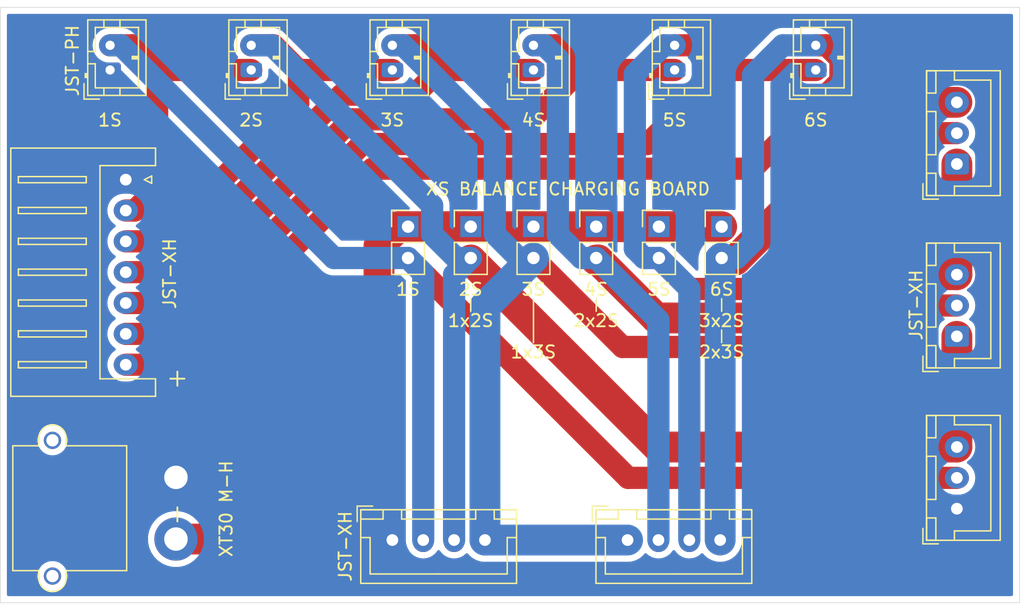
<source format=kicad_pcb>
(kicad_pcb (version 20171130) (host pcbnew "(5.1.9)-1")

  (general
    (thickness 1.6)
    (drawings 32)
    (tracks 113)
    (zones 0)
    (modules 19)
    (nets 9)
  )

  (page A4)
  (layers
    (0 F.Cu signal)
    (31 B.Cu signal)
    (32 B.Adhes user)
    (33 F.Adhes user)
    (34 B.Paste user)
    (35 F.Paste user)
    (36 B.SilkS user)
    (37 F.SilkS user)
    (38 B.Mask user)
    (39 F.Mask user)
    (40 Dwgs.User user)
    (41 Cmts.User user)
    (42 Eco1.User user)
    (43 Eco2.User user)
    (44 Edge.Cuts user)
    (45 Margin user)
    (46 B.CrtYd user)
    (47 F.CrtYd user)
    (48 B.Fab user)
    (49 F.Fab user)
  )

  (setup
    (last_trace_width 2.5)
    (user_trace_width 1.8)
    (user_trace_width 2.5)
    (trace_clearance 0.2)
    (zone_clearance 0.508)
    (zone_45_only no)
    (trace_min 0.2)
    (via_size 0.8)
    (via_drill 0.4)
    (via_min_size 0.4)
    (via_min_drill 0.3)
    (user_via 2 1)
    (uvia_size 0.3)
    (uvia_drill 0.1)
    (uvias_allowed no)
    (uvia_min_size 0.2)
    (uvia_min_drill 0.1)
    (edge_width 0.05)
    (segment_width 0.2)
    (pcb_text_width 0.3)
    (pcb_text_size 1.5 1.5)
    (mod_edge_width 0.12)
    (mod_text_size 1 1)
    (mod_text_width 0.15)
    (pad_size 1.524 1.524)
    (pad_drill 0.762)
    (pad_to_mask_clearance 0)
    (aux_axis_origin 0 0)
    (visible_elements 7FFFFFFF)
    (pcbplotparams
      (layerselection 0x010fc_ffffffff)
      (usegerberextensions false)
      (usegerberattributes true)
      (usegerberadvancedattributes true)
      (creategerberjobfile true)
      (excludeedgelayer true)
      (linewidth 0.100000)
      (plotframeref false)
      (viasonmask false)
      (mode 1)
      (useauxorigin false)
      (hpglpennumber 1)
      (hpglpenspeed 20)
      (hpglpendiameter 15.000000)
      (psnegative false)
      (psa4output false)
      (plotreference true)
      (plotvalue true)
      (plotinvisibletext false)
      (padsonsilk false)
      (subtractmaskfromsilk false)
      (outputformat 1)
      (mirror false)
      (drillshape 0)
      (scaleselection 1)
      (outputdirectory "gerber/"))
  )

  (net 0 "")
  (net 1 VCC)
  (net 2 GND)
  (net 3 "Net-(J1-Pad2)")
  (net 4 "Net-(J10-Pad3)")
  (net 5 "Net-(J10-Pad4)")
  (net 6 "Net-(J11-Pad2)")
  (net 7 "Net-(J11-Pad3)")
  (net 8 "Net-(J11-Pad4)")

  (net_class Default "This is the default net class."
    (clearance 0.2)
    (trace_width 0.25)
    (via_dia 0.8)
    (via_drill 0.4)
    (uvia_dia 0.3)
    (uvia_drill 0.1)
    (add_net GND)
    (add_net "Net-(J1-Pad2)")
    (add_net "Net-(J10-Pad3)")
    (add_net "Net-(J10-Pad4)")
    (add_net "Net-(J11-Pad2)")
    (add_net "Net-(J11-Pad3)")
    (add_net "Net-(J11-Pad4)")
    (add_net VCC)
  )

  (module Connector_AMASS:AMASS_XT30PW-M_1x02_P2.50mm_Horizontal (layer F.Cu) (tedit 5C8EB279) (tstamp 60D514A2)
    (at 80.264 151.13 90)
    (descr "Connector XT30 Horizontal PCB Male, https://www.tme.eu/en/Document/ce4077e36b79046da520ca73227e15de/XT30PW%20SPEC.pdf")
    (tags "RC Connector XT30")
    (path /60D49BE7)
    (fp_text reference J12 (at -3.02 0 270) (layer F.SilkS) hide
      (effects (font (size 1 1) (thickness 0.15)))
    )
    (fp_text value Conn_01x02 (at 2.06 5.08 90) (layer F.Fab)
      (effects (font (size 1 1) (thickness 0.15)))
    )
    (fp_text user + (at 8 0 90) (layer F.SilkS)
      (effects (font (size 1.5 1.5) (thickness 0.15)))
    )
    (fp_text user - (at -3 0 90) (layer F.SilkS)
      (effects (font (size 1.5 1.5) (thickness 0.15)))
    )
    (fp_arc (start 3.15 -10) (end 3.15 -8.89) (angle -180) (layer F.SilkS) (width 0.12))
    (fp_arc (start -8.15 -10) (end -8.15 -11.11) (angle -180) (layer F.SilkS) (width 0.12))
    (fp_arc (start -8.15 -10) (end -8.15 -11) (angle -180) (layer F.Fab) (width 0.1))
    (fp_arc (start 3.15 -10) (end 3.15 -9) (angle -180) (layer F.Fab) (width 0.1))
    (fp_text user %R (at 3.6 0.05 90) (layer F.Fab)
      (effects (font (size 1 1) (thickness 0.15)))
    )
    (fp_line (start 2.45 -13.1) (end 2.45 -11) (layer F.Fab) (width 0.1))
    (fp_line (start -7.45 -13.1) (end -7.45 -11) (layer F.Fab) (width 0.1))
    (fp_line (start -7.45 -4.1) (end 2.45 -4.1) (layer F.Fab) (width 0.1))
    (fp_line (start -7.45 -13.1) (end 2.45 -13.1) (layer F.Fab) (width 0.1))
    (fp_line (start -7.56 -13.21) (end 2.56 -13.21) (layer F.SilkS) (width 0.12))
    (fp_line (start -7.56 -3.99) (end 2.56 -3.99) (layer F.SilkS) (width 0.12))
    (fp_line (start -7.56 -8.89) (end -7.56 -3.99) (layer F.SilkS) (width 0.12))
    (fp_line (start -7.56 -13.21) (end -7.56 -11.11) (layer F.SilkS) (width 0.12))
    (fp_line (start 2.56 -8.89) (end 2.56 -3.99) (layer F.SilkS) (width 0.12))
    (fp_line (start -8.15 -11) (end -7.45 -11) (layer F.Fab) (width 0.1))
    (fp_line (start 2.45 -11) (end 3.15 -11) (layer F.Fab) (width 0.1))
    (fp_line (start 2.45 -9) (end 3.15 -9) (layer F.Fab) (width 0.1))
    (fp_line (start -8.15 -9) (end -7.45 -9) (layer F.Fab) (width 0.1))
    (fp_line (start 2.45 -9) (end 2.45 -4.1) (layer F.Fab) (width 0.1))
    (fp_line (start -7.45 -9) (end -7.45 -4.1) (layer F.Fab) (width 0.1))
    (fp_line (start 2.56 -8.89) (end 3.15 -8.89) (layer F.SilkS) (width 0.12))
    (fp_line (start 2.56 -11.11) (end 3.15 -11.11) (layer F.SilkS) (width 0.12))
    (fp_line (start -8.15 -11.11) (end -7.56 -11.11) (layer F.SilkS) (width 0.12))
    (fp_line (start -8.15 -8.89) (end -7.56 -8.89) (layer F.SilkS) (width 0.12))
    (fp_line (start -9.65 -13.6) (end -9.65 2.25) (layer F.CrtYd) (width 0.05))
    (fp_line (start -9.65 2.25) (end 4.65 2.25) (layer F.CrtYd) (width 0.05))
    (fp_line (start 4.65 -13.6) (end 4.65 2.25) (layer F.CrtYd) (width 0.05))
    (fp_line (start -9.65 -13.6) (end 4.65 -13.6) (layer F.CrtYd) (width 0.05))
    (fp_line (start 2.56 -13.21) (end 2.56 -11.11) (layer F.SilkS) (width 0.12))
    (pad 2 thru_hole circle (at -5 0 90) (size 3.5 3.5) (drill 1.9) (layers *.Cu *.Mask)
      (net 1 VCC))
    (pad 1 thru_hole rect (at 0 0 90) (size 3.5 3.5) (drill 1.9) (layers *.Cu *.Mask)
      (net 2 GND))
    (pad "" thru_hole circle (at -8 -10 90) (size 1.4 1.4) (drill 1) (layers *.Cu *.Mask))
    (pad "" thru_hole circle (at 3 -10 90) (size 1.4 1.4) (drill 1) (layers *.Cu *.Mask))
    (model ${KISYS3DMOD}/Connector_AMASS.3dshapes/AMASS_XT30PW-M_1x02_P2.50mm_Horizontal.wrl
      (at (xyz 0 0 0))
      (scale (xyz 1 1 1))
      (rotate (xyz 0 0 0))
    )
  )

  (module Connector_PinHeader_2.54mm:PinHeader_1x02_P2.54mm_Vertical (layer F.Cu) (tedit 59FED5CC) (tstamp 60D4F0C8)
    (at 99.06 130.81)
    (descr "Through hole straight pin header, 1x02, 2.54mm pitch, single row")
    (tags "Through hole pin header THT 1x02 2.54mm single row")
    (path /60D825CB)
    (fp_text reference JP1 (at 0 -5.08) (layer F.SilkS) hide
      (effects (font (size 1 1) (thickness 0.15)))
    )
    (fp_text value Jumper_2_Open (at 4.385 4.81) (layer F.Fab)
      (effects (font (size 1 1) (thickness 0.15)))
    )
    (fp_line (start 1.8 -1.8) (end -1.8 -1.8) (layer F.CrtYd) (width 0.05))
    (fp_line (start 1.8 4.35) (end 1.8 -1.8) (layer F.CrtYd) (width 0.05))
    (fp_line (start -1.8 4.35) (end 1.8 4.35) (layer F.CrtYd) (width 0.05))
    (fp_line (start -1.8 -1.8) (end -1.8 4.35) (layer F.CrtYd) (width 0.05))
    (fp_line (start -1.33 -1.33) (end 0 -1.33) (layer F.SilkS) (width 0.12))
    (fp_line (start -1.33 0) (end -1.33 -1.33) (layer F.SilkS) (width 0.12))
    (fp_line (start -1.33 1.27) (end 1.33 1.27) (layer F.SilkS) (width 0.12))
    (fp_line (start 1.33 1.27) (end 1.33 3.87) (layer F.SilkS) (width 0.12))
    (fp_line (start -1.33 1.27) (end -1.33 3.87) (layer F.SilkS) (width 0.12))
    (fp_line (start -1.33 3.87) (end 1.33 3.87) (layer F.SilkS) (width 0.12))
    (fp_line (start -1.27 -0.635) (end -0.635 -1.27) (layer F.Fab) (width 0.1))
    (fp_line (start -1.27 3.81) (end -1.27 -0.635) (layer F.Fab) (width 0.1))
    (fp_line (start 1.27 3.81) (end -1.27 3.81) (layer F.Fab) (width 0.1))
    (fp_line (start 1.27 -1.27) (end 1.27 3.81) (layer F.Fab) (width 0.1))
    (fp_line (start -0.635 -1.27) (end 1.27 -1.27) (layer F.Fab) (width 0.1))
    (fp_text user %R (at 2.77 1.27 90) (layer F.Fab)
      (effects (font (size 1 1) (thickness 0.15)))
    )
    (pad 2 thru_hole oval (at 0 2.54) (size 1.7 1.7) (drill 1) (layers *.Cu *.Mask)
      (net 3 "Net-(J1-Pad2)"))
    (pad 1 thru_hole rect (at 0 0) (size 1.7 1.7) (drill 1) (layers *.Cu *.Mask)
      (net 1 VCC))
    (model ${KISYS3DMOD}/Connector_PinHeader_2.54mm.3dshapes/PinHeader_1x02_P2.54mm_Vertical.wrl
      (at (xyz 0 0 0))
      (scale (xyz 1 1 1))
      (rotate (xyz 0 0 0))
    )
  )

  (module Connector_JST:JST_XH_S7B-XH-A_1x07_P2.50mm_Horizontal (layer F.Cu) (tedit 5C281475) (tstamp 60EBBDB6)
    (at 76.2 127 270)
    (descr "JST XH series connector, S7B-XH-A (http://www.jst-mfg.com/product/pdf/eng/eXH.pdf), generated with kicad-footprint-generator")
    (tags "connector JST XH horizontal")
    (path /60F9567B)
    (fp_text reference J13 (at 7.5 -3.55 90) (layer F.SilkS) hide
      (effects (font (size 1 1) (thickness 0.15)))
    )
    (fp_text value Conn_01x07 (at 7.5 4.6 90) (layer F.Fab)
      (effects (font (size 1 1) (thickness 0.15)))
    )
    (fp_line (start -2.95 -2.8) (end -2.95 9.7) (layer F.CrtYd) (width 0.05))
    (fp_line (start -2.95 9.7) (end 17.95 9.7) (layer F.CrtYd) (width 0.05))
    (fp_line (start 17.95 9.7) (end 17.95 -2.8) (layer F.CrtYd) (width 0.05))
    (fp_line (start 17.95 -2.8) (end -2.95 -2.8) (layer F.CrtYd) (width 0.05))
    (fp_line (start 7.5 9.31) (end -2.56 9.31) (layer F.SilkS) (width 0.12))
    (fp_line (start -2.56 9.31) (end -2.56 -2.41) (layer F.SilkS) (width 0.12))
    (fp_line (start -2.56 -2.41) (end -1.14 -2.41) (layer F.SilkS) (width 0.12))
    (fp_line (start -1.14 -2.41) (end -1.14 2.09) (layer F.SilkS) (width 0.12))
    (fp_line (start -1.14 2.09) (end 7.5 2.09) (layer F.SilkS) (width 0.12))
    (fp_line (start 7.5 9.31) (end 17.56 9.31) (layer F.SilkS) (width 0.12))
    (fp_line (start 17.56 9.31) (end 17.56 -2.41) (layer F.SilkS) (width 0.12))
    (fp_line (start 17.56 -2.41) (end 16.14 -2.41) (layer F.SilkS) (width 0.12))
    (fp_line (start 16.14 -2.41) (end 16.14 2.09) (layer F.SilkS) (width 0.12))
    (fp_line (start 16.14 2.09) (end 7.5 2.09) (layer F.SilkS) (width 0.12))
    (fp_line (start 7.5 9.2) (end -2.45 9.2) (layer F.Fab) (width 0.1))
    (fp_line (start -2.45 9.2) (end -2.45 -2.3) (layer F.Fab) (width 0.1))
    (fp_line (start -2.45 -2.3) (end -1.25 -2.3) (layer F.Fab) (width 0.1))
    (fp_line (start -1.25 -2.3) (end -1.25 2.2) (layer F.Fab) (width 0.1))
    (fp_line (start -1.25 2.2) (end 7.5 2.2) (layer F.Fab) (width 0.1))
    (fp_line (start 7.5 9.2) (end 17.45 9.2) (layer F.Fab) (width 0.1))
    (fp_line (start 17.45 9.2) (end 17.45 -2.3) (layer F.Fab) (width 0.1))
    (fp_line (start 17.45 -2.3) (end 16.25 -2.3) (layer F.Fab) (width 0.1))
    (fp_line (start 16.25 -2.3) (end 16.25 2.2) (layer F.Fab) (width 0.1))
    (fp_line (start 16.25 2.2) (end 7.5 2.2) (layer F.Fab) (width 0.1))
    (fp_line (start -0.25 3.2) (end -0.25 8.7) (layer F.SilkS) (width 0.12))
    (fp_line (start -0.25 8.7) (end 0.25 8.7) (layer F.SilkS) (width 0.12))
    (fp_line (start 0.25 8.7) (end 0.25 3.2) (layer F.SilkS) (width 0.12))
    (fp_line (start 0.25 3.2) (end -0.25 3.2) (layer F.SilkS) (width 0.12))
    (fp_line (start 2.25 3.2) (end 2.25 8.7) (layer F.SilkS) (width 0.12))
    (fp_line (start 2.25 8.7) (end 2.75 8.7) (layer F.SilkS) (width 0.12))
    (fp_line (start 2.75 8.7) (end 2.75 3.2) (layer F.SilkS) (width 0.12))
    (fp_line (start 2.75 3.2) (end 2.25 3.2) (layer F.SilkS) (width 0.12))
    (fp_line (start 4.75 3.2) (end 4.75 8.7) (layer F.SilkS) (width 0.12))
    (fp_line (start 4.75 8.7) (end 5.25 8.7) (layer F.SilkS) (width 0.12))
    (fp_line (start 5.25 8.7) (end 5.25 3.2) (layer F.SilkS) (width 0.12))
    (fp_line (start 5.25 3.2) (end 4.75 3.2) (layer F.SilkS) (width 0.12))
    (fp_line (start 7.25 3.2) (end 7.25 8.7) (layer F.SilkS) (width 0.12))
    (fp_line (start 7.25 8.7) (end 7.75 8.7) (layer F.SilkS) (width 0.12))
    (fp_line (start 7.75 8.7) (end 7.75 3.2) (layer F.SilkS) (width 0.12))
    (fp_line (start 7.75 3.2) (end 7.25 3.2) (layer F.SilkS) (width 0.12))
    (fp_line (start 9.75 3.2) (end 9.75 8.7) (layer F.SilkS) (width 0.12))
    (fp_line (start 9.75 8.7) (end 10.25 8.7) (layer F.SilkS) (width 0.12))
    (fp_line (start 10.25 8.7) (end 10.25 3.2) (layer F.SilkS) (width 0.12))
    (fp_line (start 10.25 3.2) (end 9.75 3.2) (layer F.SilkS) (width 0.12))
    (fp_line (start 12.25 3.2) (end 12.25 8.7) (layer F.SilkS) (width 0.12))
    (fp_line (start 12.25 8.7) (end 12.75 8.7) (layer F.SilkS) (width 0.12))
    (fp_line (start 12.75 8.7) (end 12.75 3.2) (layer F.SilkS) (width 0.12))
    (fp_line (start 12.75 3.2) (end 12.25 3.2) (layer F.SilkS) (width 0.12))
    (fp_line (start 14.75 3.2) (end 14.75 8.7) (layer F.SilkS) (width 0.12))
    (fp_line (start 14.75 8.7) (end 15.25 8.7) (layer F.SilkS) (width 0.12))
    (fp_line (start 15.25 8.7) (end 15.25 3.2) (layer F.SilkS) (width 0.12))
    (fp_line (start 15.25 3.2) (end 14.75 3.2) (layer F.SilkS) (width 0.12))
    (fp_line (start 0 -1.5) (end -0.3 -2.1) (layer F.SilkS) (width 0.12))
    (fp_line (start -0.3 -2.1) (end 0.3 -2.1) (layer F.SilkS) (width 0.12))
    (fp_line (start 0.3 -2.1) (end 0 -1.5) (layer F.SilkS) (width 0.12))
    (fp_line (start -0.625 2.2) (end 0 1.2) (layer F.Fab) (width 0.1))
    (fp_line (start 0 1.2) (end 0.625 2.2) (layer F.Fab) (width 0.1))
    (fp_text user %R (at 7.5 2.7 90) (layer F.Fab)
      (effects (font (size 1 1) (thickness 0.15)))
    )
    (pad 7 thru_hole oval (at 15 0 270) (size 1.7 1.95) (drill 0.95) (layers *.Cu *.Mask)
      (net 8 "Net-(J11-Pad4)"))
    (pad 6 thru_hole oval (at 12.5 0 270) (size 1.7 1.95) (drill 0.95) (layers *.Cu *.Mask)
      (net 7 "Net-(J11-Pad3)"))
    (pad 5 thru_hole oval (at 10 0 270) (size 1.7 1.95) (drill 0.95) (layers *.Cu *.Mask)
      (net 6 "Net-(J11-Pad2)"))
    (pad 4 thru_hole oval (at 7.5 0 270) (size 1.7 1.95) (drill 0.95) (layers *.Cu *.Mask)
      (net 5 "Net-(J10-Pad4)"))
    (pad 3 thru_hole oval (at 5 0 270) (size 1.7 1.95) (drill 0.95) (layers *.Cu *.Mask)
      (net 4 "Net-(J10-Pad3)"))
    (pad 2 thru_hole oval (at 2.5 0 270) (size 1.7 1.95) (drill 0.95) (layers *.Cu *.Mask)
      (net 3 "Net-(J1-Pad2)"))
    (pad 1 thru_hole roundrect (at 0 0 270) (size 1.7 1.95) (drill 0.95) (layers *.Cu *.Mask) (roundrect_rratio 0.147059)
      (net 2 GND))
    (model ${KISYS3DMOD}/Connector_JST.3dshapes/JST_XH_S7B-XH-A_1x07_P2.50mm_Horizontal.wrl
      (at (xyz 0 0 0))
      (scale (xyz 1 1 1))
      (rotate (xyz 0 0 0))
    )
  )

  (module Connector_PinHeader_2.54mm:PinHeader_1x02_P2.54mm_Vertical (layer F.Cu) (tedit 59FED5CC) (tstamp 60D4D40A)
    (at 119.38 130.81)
    (descr "Through hole straight pin header, 1x02, 2.54mm pitch, single row")
    (tags "Through hole pin header THT 1x02 2.54mm single row")
    (path /60D82107)
    (fp_text reference JP5 (at 0 -5.08) (layer F.SilkS) hide
      (effects (font (size 1 1) (thickness 0.15)))
    )
    (fp_text value Jumper_2_Open (at 4.385 4.81) (layer F.Fab)
      (effects (font (size 1 1) (thickness 0.15)))
    )
    (fp_line (start 1.8 -1.8) (end -1.8 -1.8) (layer F.CrtYd) (width 0.05))
    (fp_line (start 1.8 4.35) (end 1.8 -1.8) (layer F.CrtYd) (width 0.05))
    (fp_line (start -1.8 4.35) (end 1.8 4.35) (layer F.CrtYd) (width 0.05))
    (fp_line (start -1.8 -1.8) (end -1.8 4.35) (layer F.CrtYd) (width 0.05))
    (fp_line (start -1.33 -1.33) (end 0 -1.33) (layer F.SilkS) (width 0.12))
    (fp_line (start -1.33 0) (end -1.33 -1.33) (layer F.SilkS) (width 0.12))
    (fp_line (start -1.33 1.27) (end 1.33 1.27) (layer F.SilkS) (width 0.12))
    (fp_line (start 1.33 1.27) (end 1.33 3.87) (layer F.SilkS) (width 0.12))
    (fp_line (start -1.33 1.27) (end -1.33 3.87) (layer F.SilkS) (width 0.12))
    (fp_line (start -1.33 3.87) (end 1.33 3.87) (layer F.SilkS) (width 0.12))
    (fp_line (start -1.27 -0.635) (end -0.635 -1.27) (layer F.Fab) (width 0.1))
    (fp_line (start -1.27 3.81) (end -1.27 -0.635) (layer F.Fab) (width 0.1))
    (fp_line (start 1.27 3.81) (end -1.27 3.81) (layer F.Fab) (width 0.1))
    (fp_line (start 1.27 -1.27) (end 1.27 3.81) (layer F.Fab) (width 0.1))
    (fp_line (start -0.635 -1.27) (end 1.27 -1.27) (layer F.Fab) (width 0.1))
    (fp_text user %R (at 2.77 1.27 90) (layer F.Fab)
      (effects (font (size 1 1) (thickness 0.15)))
    )
    (pad 2 thru_hole oval (at 0 2.54) (size 1.7 1.7) (drill 1) (layers *.Cu *.Mask)
      (net 7 "Net-(J11-Pad3)"))
    (pad 1 thru_hole rect (at 0 0) (size 1.7 1.7) (drill 1) (layers *.Cu *.Mask)
      (net 1 VCC))
    (model ${KISYS3DMOD}/Connector_PinHeader_2.54mm.3dshapes/PinHeader_1x02_P2.54mm_Vertical.wrl
      (at (xyz 0 0 0))
      (scale (xyz 1 1 1))
      (rotate (xyz 0 0 0))
    )
  )

  (module Connector_PinHeader_2.54mm:PinHeader_1x02_P2.54mm_Vertical (layer F.Cu) (tedit 59FED5CC) (tstamp 60D4EF68)
    (at 104.14 130.81)
    (descr "Through hole straight pin header, 1x02, 2.54mm pitch, single row")
    (tags "Through hole pin header THT 1x02 2.54mm single row")
    (path /60D721C9)
    (fp_text reference JP2 (at 0 -5.08) (layer F.SilkS) hide
      (effects (font (size 1 1) (thickness 0.15)))
    )
    (fp_text value Jumper_2_Open (at 4.385 4.81) (layer F.Fab)
      (effects (font (size 1 1) (thickness 0.15)))
    )
    (fp_line (start 1.8 -1.8) (end -1.8 -1.8) (layer F.CrtYd) (width 0.05))
    (fp_line (start 1.8 4.35) (end 1.8 -1.8) (layer F.CrtYd) (width 0.05))
    (fp_line (start -1.8 4.35) (end 1.8 4.35) (layer F.CrtYd) (width 0.05))
    (fp_line (start -1.8 -1.8) (end -1.8 4.35) (layer F.CrtYd) (width 0.05))
    (fp_line (start -1.33 -1.33) (end 0 -1.33) (layer F.SilkS) (width 0.12))
    (fp_line (start -1.33 0) (end -1.33 -1.33) (layer F.SilkS) (width 0.12))
    (fp_line (start -1.33 1.27) (end 1.33 1.27) (layer F.SilkS) (width 0.12))
    (fp_line (start 1.33 1.27) (end 1.33 3.87) (layer F.SilkS) (width 0.12))
    (fp_line (start -1.33 1.27) (end -1.33 3.87) (layer F.SilkS) (width 0.12))
    (fp_line (start -1.33 3.87) (end 1.33 3.87) (layer F.SilkS) (width 0.12))
    (fp_line (start -1.27 -0.635) (end -0.635 -1.27) (layer F.Fab) (width 0.1))
    (fp_line (start -1.27 3.81) (end -1.27 -0.635) (layer F.Fab) (width 0.1))
    (fp_line (start 1.27 3.81) (end -1.27 3.81) (layer F.Fab) (width 0.1))
    (fp_line (start 1.27 -1.27) (end 1.27 3.81) (layer F.Fab) (width 0.1))
    (fp_line (start -0.635 -1.27) (end 1.27 -1.27) (layer F.Fab) (width 0.1))
    (fp_text user %R (at 2.77 1.27 90) (layer F.Fab)
      (effects (font (size 1 1) (thickness 0.15)))
    )
    (pad 2 thru_hole oval (at 0 2.54) (size 1.7 1.7) (drill 1) (layers *.Cu *.Mask)
      (net 4 "Net-(J10-Pad3)"))
    (pad 1 thru_hole rect (at 0 0) (size 1.7 1.7) (drill 1) (layers *.Cu *.Mask)
      (net 1 VCC))
    (model ${KISYS3DMOD}/Connector_PinHeader_2.54mm.3dshapes/PinHeader_1x02_P2.54mm_Vertical.wrl
      (at (xyz 0 0 0))
      (scale (xyz 1 1 1))
      (rotate (xyz 0 0 0))
    )
  )

  (module Connector_PinHeader_2.54mm:PinHeader_1x02_P2.54mm_Vertical (layer F.Cu) (tedit 59FED5CC) (tstamp 60D4D3A4)
    (at 109.22 130.81)
    (descr "Through hole straight pin header, 1x02, 2.54mm pitch, single row")
    (tags "Through hole pin header THT 1x02 2.54mm single row")
    (path /60D81701)
    (fp_text reference JP3 (at 0 -5.08) (layer F.SilkS) hide
      (effects (font (size 1 1) (thickness 0.15)))
    )
    (fp_text value Jumper_2_Open (at 4.385 4.81) (layer F.Fab)
      (effects (font (size 1 1) (thickness 0.15)))
    )
    (fp_line (start 1.8 -1.8) (end -1.8 -1.8) (layer F.CrtYd) (width 0.05))
    (fp_line (start 1.8 4.35) (end 1.8 -1.8) (layer F.CrtYd) (width 0.05))
    (fp_line (start -1.8 4.35) (end 1.8 4.35) (layer F.CrtYd) (width 0.05))
    (fp_line (start -1.8 -1.8) (end -1.8 4.35) (layer F.CrtYd) (width 0.05))
    (fp_line (start -1.33 -1.33) (end 0 -1.33) (layer F.SilkS) (width 0.12))
    (fp_line (start -1.33 0) (end -1.33 -1.33) (layer F.SilkS) (width 0.12))
    (fp_line (start -1.33 1.27) (end 1.33 1.27) (layer F.SilkS) (width 0.12))
    (fp_line (start 1.33 1.27) (end 1.33 3.87) (layer F.SilkS) (width 0.12))
    (fp_line (start -1.33 1.27) (end -1.33 3.87) (layer F.SilkS) (width 0.12))
    (fp_line (start -1.33 3.87) (end 1.33 3.87) (layer F.SilkS) (width 0.12))
    (fp_line (start -1.27 -0.635) (end -0.635 -1.27) (layer F.Fab) (width 0.1))
    (fp_line (start -1.27 3.81) (end -1.27 -0.635) (layer F.Fab) (width 0.1))
    (fp_line (start 1.27 3.81) (end -1.27 3.81) (layer F.Fab) (width 0.1))
    (fp_line (start 1.27 -1.27) (end 1.27 3.81) (layer F.Fab) (width 0.1))
    (fp_line (start -0.635 -1.27) (end 1.27 -1.27) (layer F.Fab) (width 0.1))
    (fp_text user %R (at 2.77 1.27 90) (layer F.Fab)
      (effects (font (size 1 1) (thickness 0.15)))
    )
    (pad 2 thru_hole oval (at 0 2.54) (size 1.7 1.7) (drill 1) (layers *.Cu *.Mask)
      (net 5 "Net-(J10-Pad4)"))
    (pad 1 thru_hole rect (at 0 0) (size 1.7 1.7) (drill 1) (layers *.Cu *.Mask)
      (net 1 VCC))
    (model ${KISYS3DMOD}/Connector_PinHeader_2.54mm.3dshapes/PinHeader_1x02_P2.54mm_Vertical.wrl
      (at (xyz 0 0 0))
      (scale (xyz 1 1 1))
      (rotate (xyz 0 0 0))
    )
  )

  (module Connector_PinHeader_2.54mm:PinHeader_1x02_P2.54mm_Vertical (layer F.Cu) (tedit 59FED5CC) (tstamp 60D505C3)
    (at 114.3 130.81)
    (descr "Through hole straight pin header, 1x02, 2.54mm pitch, single row")
    (tags "Through hole pin header THT 1x02 2.54mm single row")
    (path /60D81B15)
    (fp_text reference JP4 (at 0 -5.08) (layer F.SilkS) hide
      (effects (font (size 1 1) (thickness 0.15)))
    )
    (fp_text value Jumper_2_Open (at 4.385 4.81) (layer F.Fab)
      (effects (font (size 1 1) (thickness 0.15)))
    )
    (fp_line (start 1.8 -1.8) (end -1.8 -1.8) (layer F.CrtYd) (width 0.05))
    (fp_line (start 1.8 4.35) (end 1.8 -1.8) (layer F.CrtYd) (width 0.05))
    (fp_line (start -1.8 4.35) (end 1.8 4.35) (layer F.CrtYd) (width 0.05))
    (fp_line (start -1.8 -1.8) (end -1.8 4.35) (layer F.CrtYd) (width 0.05))
    (fp_line (start -1.33 -1.33) (end 0 -1.33) (layer F.SilkS) (width 0.12))
    (fp_line (start -1.33 0) (end -1.33 -1.33) (layer F.SilkS) (width 0.12))
    (fp_line (start -1.33 1.27) (end 1.33 1.27) (layer F.SilkS) (width 0.12))
    (fp_line (start 1.33 1.27) (end 1.33 3.87) (layer F.SilkS) (width 0.12))
    (fp_line (start -1.33 1.27) (end -1.33 3.87) (layer F.SilkS) (width 0.12))
    (fp_line (start -1.33 3.87) (end 1.33 3.87) (layer F.SilkS) (width 0.12))
    (fp_line (start -1.27 -0.635) (end -0.635 -1.27) (layer F.Fab) (width 0.1))
    (fp_line (start -1.27 3.81) (end -1.27 -0.635) (layer F.Fab) (width 0.1))
    (fp_line (start 1.27 3.81) (end -1.27 3.81) (layer F.Fab) (width 0.1))
    (fp_line (start 1.27 -1.27) (end 1.27 3.81) (layer F.Fab) (width 0.1))
    (fp_line (start -0.635 -1.27) (end 1.27 -1.27) (layer F.Fab) (width 0.1))
    (fp_text user %R (at 2.77 1.27 90) (layer F.Fab)
      (effects (font (size 1 1) (thickness 0.15)))
    )
    (pad 2 thru_hole oval (at 0 2.54) (size 1.7 1.7) (drill 1) (layers *.Cu *.Mask)
      (net 6 "Net-(J11-Pad2)"))
    (pad 1 thru_hole rect (at 0 0) (size 1.7 1.7) (drill 1) (layers *.Cu *.Mask)
      (net 1 VCC))
    (model ${KISYS3DMOD}/Connector_PinHeader_2.54mm.3dshapes/PinHeader_1x02_P2.54mm_Vertical.wrl
      (at (xyz 0 0 0))
      (scale (xyz 1 1 1))
      (rotate (xyz 0 0 0))
    )
  )

  (module Connector_PinHeader_2.54mm:PinHeader_1x02_P2.54mm_Vertical (layer F.Cu) (tedit 59FED5CC) (tstamp 60D4F4BB)
    (at 124.46 130.81)
    (descr "Through hole straight pin header, 1x02, 2.54mm pitch, single row")
    (tags "Through hole pin header THT 1x02 2.54mm single row")
    (path /60D7399C)
    (fp_text reference JP6 (at 0 -5.08) (layer F.SilkS) hide
      (effects (font (size 1 1) (thickness 0.15)))
    )
    (fp_text value Jumper_2_Bridged (at 4.385 4.81) (layer F.Fab)
      (effects (font (size 1 1) (thickness 0.15)))
    )
    (fp_line (start 1.8 -1.8) (end -1.8 -1.8) (layer F.CrtYd) (width 0.05))
    (fp_line (start 1.8 4.35) (end 1.8 -1.8) (layer F.CrtYd) (width 0.05))
    (fp_line (start -1.8 4.35) (end 1.8 4.35) (layer F.CrtYd) (width 0.05))
    (fp_line (start -1.8 -1.8) (end -1.8 4.35) (layer F.CrtYd) (width 0.05))
    (fp_line (start -1.33 -1.33) (end 0 -1.33) (layer F.SilkS) (width 0.12))
    (fp_line (start -1.33 0) (end -1.33 -1.33) (layer F.SilkS) (width 0.12))
    (fp_line (start -1.33 1.27) (end 1.33 1.27) (layer F.SilkS) (width 0.12))
    (fp_line (start 1.33 1.27) (end 1.33 3.87) (layer F.SilkS) (width 0.12))
    (fp_line (start -1.33 1.27) (end -1.33 3.87) (layer F.SilkS) (width 0.12))
    (fp_line (start -1.33 3.87) (end 1.33 3.87) (layer F.SilkS) (width 0.12))
    (fp_line (start -1.27 -0.635) (end -0.635 -1.27) (layer F.Fab) (width 0.1))
    (fp_line (start -1.27 3.81) (end -1.27 -0.635) (layer F.Fab) (width 0.1))
    (fp_line (start 1.27 3.81) (end -1.27 3.81) (layer F.Fab) (width 0.1))
    (fp_line (start 1.27 -1.27) (end 1.27 3.81) (layer F.Fab) (width 0.1))
    (fp_line (start -0.635 -1.27) (end 1.27 -1.27) (layer F.Fab) (width 0.1))
    (fp_text user %R (at 2.77 1.27 90) (layer F.Fab)
      (effects (font (size 1 1) (thickness 0.15)))
    )
    (pad 2 thru_hole oval (at 0 2.54) (size 1.7 1.7) (drill 1) (layers *.Cu *.Mask)
      (net 8 "Net-(J11-Pad4)"))
    (pad 1 thru_hole rect (at 0 0) (size 1.7 1.7) (drill 1) (layers *.Cu *.Mask)
      (net 1 VCC))
    (model ${KISYS3DMOD}/Connector_PinHeader_2.54mm.3dshapes/PinHeader_1x02_P2.54mm_Vertical.wrl
      (at (xyz 0 0 0))
      (scale (xyz 1 1 1))
      (rotate (xyz 0 0 0))
    )
  )

  (module Connector_JST:JST_XH_B4B-XH-A_1x04_P2.50mm_Vertical (layer F.Cu) (tedit 5C28146C) (tstamp 60EB8875)
    (at 116.84 156.21)
    (descr "JST XH series connector, B4B-XH-A (http://www.jst-mfg.com/product/pdf/eng/eXH.pdf), generated with kicad-footprint-generator")
    (tags "connector JST XH vertical")
    (path /60F13A6D)
    (fp_text reference J11 (at 3.75 -3.55) (layer F.SilkS) hide
      (effects (font (size 1 1) (thickness 0.15)))
    )
    (fp_text value Conn_01x04 (at 3.75 4.6) (layer F.Fab)
      (effects (font (size 1 1) (thickness 0.15)))
    )
    (fp_line (start -2.45 -2.35) (end -2.45 3.4) (layer F.Fab) (width 0.1))
    (fp_line (start -2.45 3.4) (end 9.95 3.4) (layer F.Fab) (width 0.1))
    (fp_line (start 9.95 3.4) (end 9.95 -2.35) (layer F.Fab) (width 0.1))
    (fp_line (start 9.95 -2.35) (end -2.45 -2.35) (layer F.Fab) (width 0.1))
    (fp_line (start -2.56 -2.46) (end -2.56 3.51) (layer F.SilkS) (width 0.12))
    (fp_line (start -2.56 3.51) (end 10.06 3.51) (layer F.SilkS) (width 0.12))
    (fp_line (start 10.06 3.51) (end 10.06 -2.46) (layer F.SilkS) (width 0.12))
    (fp_line (start 10.06 -2.46) (end -2.56 -2.46) (layer F.SilkS) (width 0.12))
    (fp_line (start -2.95 -2.85) (end -2.95 3.9) (layer F.CrtYd) (width 0.05))
    (fp_line (start -2.95 3.9) (end 10.45 3.9) (layer F.CrtYd) (width 0.05))
    (fp_line (start 10.45 3.9) (end 10.45 -2.85) (layer F.CrtYd) (width 0.05))
    (fp_line (start 10.45 -2.85) (end -2.95 -2.85) (layer F.CrtYd) (width 0.05))
    (fp_line (start -0.625 -2.35) (end 0 -1.35) (layer F.Fab) (width 0.1))
    (fp_line (start 0 -1.35) (end 0.625 -2.35) (layer F.Fab) (width 0.1))
    (fp_line (start 0.75 -2.45) (end 0.75 -1.7) (layer F.SilkS) (width 0.12))
    (fp_line (start 0.75 -1.7) (end 6.75 -1.7) (layer F.SilkS) (width 0.12))
    (fp_line (start 6.75 -1.7) (end 6.75 -2.45) (layer F.SilkS) (width 0.12))
    (fp_line (start 6.75 -2.45) (end 0.75 -2.45) (layer F.SilkS) (width 0.12))
    (fp_line (start -2.55 -2.45) (end -2.55 -1.7) (layer F.SilkS) (width 0.12))
    (fp_line (start -2.55 -1.7) (end -0.75 -1.7) (layer F.SilkS) (width 0.12))
    (fp_line (start -0.75 -1.7) (end -0.75 -2.45) (layer F.SilkS) (width 0.12))
    (fp_line (start -0.75 -2.45) (end -2.55 -2.45) (layer F.SilkS) (width 0.12))
    (fp_line (start 8.25 -2.45) (end 8.25 -1.7) (layer F.SilkS) (width 0.12))
    (fp_line (start 8.25 -1.7) (end 10.05 -1.7) (layer F.SilkS) (width 0.12))
    (fp_line (start 10.05 -1.7) (end 10.05 -2.45) (layer F.SilkS) (width 0.12))
    (fp_line (start 10.05 -2.45) (end 8.25 -2.45) (layer F.SilkS) (width 0.12))
    (fp_line (start -2.55 -0.2) (end -1.8 -0.2) (layer F.SilkS) (width 0.12))
    (fp_line (start -1.8 -0.2) (end -1.8 2.75) (layer F.SilkS) (width 0.12))
    (fp_line (start -1.8 2.75) (end 3.75 2.75) (layer F.SilkS) (width 0.12))
    (fp_line (start 10.05 -0.2) (end 9.3 -0.2) (layer F.SilkS) (width 0.12))
    (fp_line (start 9.3 -0.2) (end 9.3 2.75) (layer F.SilkS) (width 0.12))
    (fp_line (start 9.3 2.75) (end 3.75 2.75) (layer F.SilkS) (width 0.12))
    (fp_line (start -1.6 -2.75) (end -2.85 -2.75) (layer F.SilkS) (width 0.12))
    (fp_line (start -2.85 -2.75) (end -2.85 -1.5) (layer F.SilkS) (width 0.12))
    (fp_text user %R (at 3.75 2.7) (layer F.Fab)
      (effects (font (size 1 1) (thickness 0.15)))
    )
    (pad 4 thru_hole oval (at 7.5 0) (size 1.7 1.95) (drill 0.95) (layers *.Cu *.Mask)
      (net 8 "Net-(J11-Pad4)"))
    (pad 3 thru_hole oval (at 5 0) (size 1.7 1.95) (drill 0.95) (layers *.Cu *.Mask)
      (net 7 "Net-(J11-Pad3)"))
    (pad 2 thru_hole oval (at 2.5 0) (size 1.7 1.95) (drill 0.95) (layers *.Cu *.Mask)
      (net 6 "Net-(J11-Pad2)"))
    (pad 1 thru_hole roundrect (at 0 0) (size 1.7 1.95) (drill 0.95) (layers *.Cu *.Mask) (roundrect_rratio 0.147059)
      (net 5 "Net-(J10-Pad4)"))
    (model ${KISYS3DMOD}/Connector_JST.3dshapes/JST_XH_B4B-XH-A_1x04_P2.50mm_Vertical.wrl
      (at (xyz 0 0 0))
      (scale (xyz 1 1 1))
      (rotate (xyz 0 0 0))
    )
  )

  (module Connector_JST:JST_XH_B4B-XH-A_1x04_P2.50mm_Vertical (layer F.Cu) (tedit 5C28146C) (tstamp 60EB884A)
    (at 97.79 156.21)
    (descr "JST XH series connector, B4B-XH-A (http://www.jst-mfg.com/product/pdf/eng/eXH.pdf), generated with kicad-footprint-generator")
    (tags "connector JST XH vertical")
    (path /60F131EF)
    (fp_text reference J10 (at 3.75 -3.55) (layer F.SilkS) hide
      (effects (font (size 1 1) (thickness 0.15)))
    )
    (fp_text value Conn_01x04 (at 3.75 4.6) (layer F.Fab)
      (effects (font (size 1 1) (thickness 0.15)))
    )
    (fp_line (start -2.45 -2.35) (end -2.45 3.4) (layer F.Fab) (width 0.1))
    (fp_line (start -2.45 3.4) (end 9.95 3.4) (layer F.Fab) (width 0.1))
    (fp_line (start 9.95 3.4) (end 9.95 -2.35) (layer F.Fab) (width 0.1))
    (fp_line (start 9.95 -2.35) (end -2.45 -2.35) (layer F.Fab) (width 0.1))
    (fp_line (start -2.56 -2.46) (end -2.56 3.51) (layer F.SilkS) (width 0.12))
    (fp_line (start -2.56 3.51) (end 10.06 3.51) (layer F.SilkS) (width 0.12))
    (fp_line (start 10.06 3.51) (end 10.06 -2.46) (layer F.SilkS) (width 0.12))
    (fp_line (start 10.06 -2.46) (end -2.56 -2.46) (layer F.SilkS) (width 0.12))
    (fp_line (start -2.95 -2.85) (end -2.95 3.9) (layer F.CrtYd) (width 0.05))
    (fp_line (start -2.95 3.9) (end 10.45 3.9) (layer F.CrtYd) (width 0.05))
    (fp_line (start 10.45 3.9) (end 10.45 -2.85) (layer F.CrtYd) (width 0.05))
    (fp_line (start 10.45 -2.85) (end -2.95 -2.85) (layer F.CrtYd) (width 0.05))
    (fp_line (start -0.625 -2.35) (end 0 -1.35) (layer F.Fab) (width 0.1))
    (fp_line (start 0 -1.35) (end 0.625 -2.35) (layer F.Fab) (width 0.1))
    (fp_line (start 0.75 -2.45) (end 0.75 -1.7) (layer F.SilkS) (width 0.12))
    (fp_line (start 0.75 -1.7) (end 6.75 -1.7) (layer F.SilkS) (width 0.12))
    (fp_line (start 6.75 -1.7) (end 6.75 -2.45) (layer F.SilkS) (width 0.12))
    (fp_line (start 6.75 -2.45) (end 0.75 -2.45) (layer F.SilkS) (width 0.12))
    (fp_line (start -2.55 -2.45) (end -2.55 -1.7) (layer F.SilkS) (width 0.12))
    (fp_line (start -2.55 -1.7) (end -0.75 -1.7) (layer F.SilkS) (width 0.12))
    (fp_line (start -0.75 -1.7) (end -0.75 -2.45) (layer F.SilkS) (width 0.12))
    (fp_line (start -0.75 -2.45) (end -2.55 -2.45) (layer F.SilkS) (width 0.12))
    (fp_line (start 8.25 -2.45) (end 8.25 -1.7) (layer F.SilkS) (width 0.12))
    (fp_line (start 8.25 -1.7) (end 10.05 -1.7) (layer F.SilkS) (width 0.12))
    (fp_line (start 10.05 -1.7) (end 10.05 -2.45) (layer F.SilkS) (width 0.12))
    (fp_line (start 10.05 -2.45) (end 8.25 -2.45) (layer F.SilkS) (width 0.12))
    (fp_line (start -2.55 -0.2) (end -1.8 -0.2) (layer F.SilkS) (width 0.12))
    (fp_line (start -1.8 -0.2) (end -1.8 2.75) (layer F.SilkS) (width 0.12))
    (fp_line (start -1.8 2.75) (end 3.75 2.75) (layer F.SilkS) (width 0.12))
    (fp_line (start 10.05 -0.2) (end 9.3 -0.2) (layer F.SilkS) (width 0.12))
    (fp_line (start 9.3 -0.2) (end 9.3 2.75) (layer F.SilkS) (width 0.12))
    (fp_line (start 9.3 2.75) (end 3.75 2.75) (layer F.SilkS) (width 0.12))
    (fp_line (start -1.6 -2.75) (end -2.85 -2.75) (layer F.SilkS) (width 0.12))
    (fp_line (start -2.85 -2.75) (end -2.85 -1.5) (layer F.SilkS) (width 0.12))
    (fp_text user %R (at 3.75 2.7) (layer F.Fab)
      (effects (font (size 1 1) (thickness 0.15)))
    )
    (pad 4 thru_hole oval (at 7.5 0) (size 1.7 1.95) (drill 0.95) (layers *.Cu *.Mask)
      (net 5 "Net-(J10-Pad4)"))
    (pad 3 thru_hole oval (at 5 0) (size 1.7 1.95) (drill 0.95) (layers *.Cu *.Mask)
      (net 4 "Net-(J10-Pad3)"))
    (pad 2 thru_hole oval (at 2.5 0) (size 1.7 1.95) (drill 0.95) (layers *.Cu *.Mask)
      (net 3 "Net-(J1-Pad2)"))
    (pad 1 thru_hole roundrect (at 0 0) (size 1.7 1.95) (drill 0.95) (layers *.Cu *.Mask) (roundrect_rratio 0.147059)
      (net 2 GND))
    (model ${KISYS3DMOD}/Connector_JST.3dshapes/JST_XH_B4B-XH-A_1x04_P2.50mm_Vertical.wrl
      (at (xyz 0 0 0))
      (scale (xyz 1 1 1))
      (rotate (xyz 0 0 0))
    )
  )

  (module Connector_JST:JST_XH_B3B-XH-A_1x03_P2.50mm_Vertical (layer F.Cu) (tedit 5C28146C) (tstamp 60EB881F)
    (at 143.51 125.73 90)
    (descr "JST XH series connector, B3B-XH-A (http://www.jst-mfg.com/product/pdf/eng/eXH.pdf), generated with kicad-footprint-generator")
    (tags "connector JST XH vertical")
    (path /60EF3F49)
    (fp_text reference J9 (at 2.5 -3.55 90) (layer F.SilkS) hide
      (effects (font (size 1 1) (thickness 0.15)))
    )
    (fp_text value Conn_01x03 (at 2.5 4.6 90) (layer F.Fab)
      (effects (font (size 1 1) (thickness 0.15)))
    )
    (fp_line (start -2.85 -2.75) (end -2.85 -1.5) (layer F.SilkS) (width 0.12))
    (fp_line (start -1.6 -2.75) (end -2.85 -2.75) (layer F.SilkS) (width 0.12))
    (fp_line (start 6.8 2.75) (end 2.5 2.75) (layer F.SilkS) (width 0.12))
    (fp_line (start 6.8 -0.2) (end 6.8 2.75) (layer F.SilkS) (width 0.12))
    (fp_line (start 7.55 -0.2) (end 6.8 -0.2) (layer F.SilkS) (width 0.12))
    (fp_line (start -1.8 2.75) (end 2.5 2.75) (layer F.SilkS) (width 0.12))
    (fp_line (start -1.8 -0.2) (end -1.8 2.75) (layer F.SilkS) (width 0.12))
    (fp_line (start -2.55 -0.2) (end -1.8 -0.2) (layer F.SilkS) (width 0.12))
    (fp_line (start 7.55 -2.45) (end 5.75 -2.45) (layer F.SilkS) (width 0.12))
    (fp_line (start 7.55 -1.7) (end 7.55 -2.45) (layer F.SilkS) (width 0.12))
    (fp_line (start 5.75 -1.7) (end 7.55 -1.7) (layer F.SilkS) (width 0.12))
    (fp_line (start 5.75 -2.45) (end 5.75 -1.7) (layer F.SilkS) (width 0.12))
    (fp_line (start -0.75 -2.45) (end -2.55 -2.45) (layer F.SilkS) (width 0.12))
    (fp_line (start -0.75 -1.7) (end -0.75 -2.45) (layer F.SilkS) (width 0.12))
    (fp_line (start -2.55 -1.7) (end -0.75 -1.7) (layer F.SilkS) (width 0.12))
    (fp_line (start -2.55 -2.45) (end -2.55 -1.7) (layer F.SilkS) (width 0.12))
    (fp_line (start 4.25 -2.45) (end 0.75 -2.45) (layer F.SilkS) (width 0.12))
    (fp_line (start 4.25 -1.7) (end 4.25 -2.45) (layer F.SilkS) (width 0.12))
    (fp_line (start 0.75 -1.7) (end 4.25 -1.7) (layer F.SilkS) (width 0.12))
    (fp_line (start 0.75 -2.45) (end 0.75 -1.7) (layer F.SilkS) (width 0.12))
    (fp_line (start 0 -1.35) (end 0.625 -2.35) (layer F.Fab) (width 0.1))
    (fp_line (start -0.625 -2.35) (end 0 -1.35) (layer F.Fab) (width 0.1))
    (fp_line (start 7.95 -2.85) (end -2.95 -2.85) (layer F.CrtYd) (width 0.05))
    (fp_line (start 7.95 3.9) (end 7.95 -2.85) (layer F.CrtYd) (width 0.05))
    (fp_line (start -2.95 3.9) (end 7.95 3.9) (layer F.CrtYd) (width 0.05))
    (fp_line (start -2.95 -2.85) (end -2.95 3.9) (layer F.CrtYd) (width 0.05))
    (fp_line (start 7.56 -2.46) (end -2.56 -2.46) (layer F.SilkS) (width 0.12))
    (fp_line (start 7.56 3.51) (end 7.56 -2.46) (layer F.SilkS) (width 0.12))
    (fp_line (start -2.56 3.51) (end 7.56 3.51) (layer F.SilkS) (width 0.12))
    (fp_line (start -2.56 -2.46) (end -2.56 3.51) (layer F.SilkS) (width 0.12))
    (fp_line (start 7.45 -2.35) (end -2.45 -2.35) (layer F.Fab) (width 0.1))
    (fp_line (start 7.45 3.4) (end 7.45 -2.35) (layer F.Fab) (width 0.1))
    (fp_line (start -2.45 3.4) (end 7.45 3.4) (layer F.Fab) (width 0.1))
    (fp_line (start -2.45 -2.35) (end -2.45 3.4) (layer F.Fab) (width 0.1))
    (fp_text user %R (at 2.5 2.7 90) (layer F.Fab)
      (effects (font (size 1 1) (thickness 0.15)))
    )
    (pad 1 thru_hole roundrect (at 0 0 90) (size 1.7 1.95) (drill 0.95) (layers *.Cu *.Mask) (roundrect_rratio 0.147059)
      (net 6 "Net-(J11-Pad2)"))
    (pad 2 thru_hole oval (at 2.5 0 90) (size 1.7 1.95) (drill 0.95) (layers *.Cu *.Mask)
      (net 7 "Net-(J11-Pad3)"))
    (pad 3 thru_hole oval (at 5 0 90) (size 1.7 1.95) (drill 0.95) (layers *.Cu *.Mask)
      (net 8 "Net-(J11-Pad4)"))
    (model ${KISYS3DMOD}/Connector_JST.3dshapes/JST_XH_B3B-XH-A_1x03_P2.50mm_Vertical.wrl
      (at (xyz 0 0 0))
      (scale (xyz 1 1 1))
      (rotate (xyz 0 0 0))
    )
  )

  (module Connector_JST:JST_XH_B3B-XH-A_1x03_P2.50mm_Vertical (layer F.Cu) (tedit 5C28146C) (tstamp 60EB87F5)
    (at 143.51 139.7 90)
    (descr "JST XH series connector, B3B-XH-A (http://www.jst-mfg.com/product/pdf/eng/eXH.pdf), generated with kicad-footprint-generator")
    (tags "connector JST XH vertical")
    (path /60EF391A)
    (fp_text reference J8 (at 2.5 -3.55 90) (layer F.SilkS) hide
      (effects (font (size 1 1) (thickness 0.15)))
    )
    (fp_text value Conn_01x03 (at 2.5 4.6 90) (layer F.Fab)
      (effects (font (size 1 1) (thickness 0.15)))
    )
    (fp_line (start -2.85 -2.75) (end -2.85 -1.5) (layer F.SilkS) (width 0.12))
    (fp_line (start -1.6 -2.75) (end -2.85 -2.75) (layer F.SilkS) (width 0.12))
    (fp_line (start 6.8 2.75) (end 2.5 2.75) (layer F.SilkS) (width 0.12))
    (fp_line (start 6.8 -0.2) (end 6.8 2.75) (layer F.SilkS) (width 0.12))
    (fp_line (start 7.55 -0.2) (end 6.8 -0.2) (layer F.SilkS) (width 0.12))
    (fp_line (start -1.8 2.75) (end 2.5 2.75) (layer F.SilkS) (width 0.12))
    (fp_line (start -1.8 -0.2) (end -1.8 2.75) (layer F.SilkS) (width 0.12))
    (fp_line (start -2.55 -0.2) (end -1.8 -0.2) (layer F.SilkS) (width 0.12))
    (fp_line (start 7.55 -2.45) (end 5.75 -2.45) (layer F.SilkS) (width 0.12))
    (fp_line (start 7.55 -1.7) (end 7.55 -2.45) (layer F.SilkS) (width 0.12))
    (fp_line (start 5.75 -1.7) (end 7.55 -1.7) (layer F.SilkS) (width 0.12))
    (fp_line (start 5.75 -2.45) (end 5.75 -1.7) (layer F.SilkS) (width 0.12))
    (fp_line (start -0.75 -2.45) (end -2.55 -2.45) (layer F.SilkS) (width 0.12))
    (fp_line (start -0.75 -1.7) (end -0.75 -2.45) (layer F.SilkS) (width 0.12))
    (fp_line (start -2.55 -1.7) (end -0.75 -1.7) (layer F.SilkS) (width 0.12))
    (fp_line (start -2.55 -2.45) (end -2.55 -1.7) (layer F.SilkS) (width 0.12))
    (fp_line (start 4.25 -2.45) (end 0.75 -2.45) (layer F.SilkS) (width 0.12))
    (fp_line (start 4.25 -1.7) (end 4.25 -2.45) (layer F.SilkS) (width 0.12))
    (fp_line (start 0.75 -1.7) (end 4.25 -1.7) (layer F.SilkS) (width 0.12))
    (fp_line (start 0.75 -2.45) (end 0.75 -1.7) (layer F.SilkS) (width 0.12))
    (fp_line (start 0 -1.35) (end 0.625 -2.35) (layer F.Fab) (width 0.1))
    (fp_line (start -0.625 -2.35) (end 0 -1.35) (layer F.Fab) (width 0.1))
    (fp_line (start 7.95 -2.85) (end -2.95 -2.85) (layer F.CrtYd) (width 0.05))
    (fp_line (start 7.95 3.9) (end 7.95 -2.85) (layer F.CrtYd) (width 0.05))
    (fp_line (start -2.95 3.9) (end 7.95 3.9) (layer F.CrtYd) (width 0.05))
    (fp_line (start -2.95 -2.85) (end -2.95 3.9) (layer F.CrtYd) (width 0.05))
    (fp_line (start 7.56 -2.46) (end -2.56 -2.46) (layer F.SilkS) (width 0.12))
    (fp_line (start 7.56 3.51) (end 7.56 -2.46) (layer F.SilkS) (width 0.12))
    (fp_line (start -2.56 3.51) (end 7.56 3.51) (layer F.SilkS) (width 0.12))
    (fp_line (start -2.56 -2.46) (end -2.56 3.51) (layer F.SilkS) (width 0.12))
    (fp_line (start 7.45 -2.35) (end -2.45 -2.35) (layer F.Fab) (width 0.1))
    (fp_line (start 7.45 3.4) (end 7.45 -2.35) (layer F.Fab) (width 0.1))
    (fp_line (start -2.45 3.4) (end 7.45 3.4) (layer F.Fab) (width 0.1))
    (fp_line (start -2.45 -2.35) (end -2.45 3.4) (layer F.Fab) (width 0.1))
    (fp_text user %R (at 2.5 2.7 90) (layer F.Fab)
      (effects (font (size 1 1) (thickness 0.15)))
    )
    (pad 1 thru_hole roundrect (at 0 0 90) (size 1.7 1.95) (drill 0.95) (layers *.Cu *.Mask) (roundrect_rratio 0.147059)
      (net 4 "Net-(J10-Pad3)"))
    (pad 2 thru_hole oval (at 2.5 0 90) (size 1.7 1.95) (drill 0.95) (layers *.Cu *.Mask)
      (net 5 "Net-(J10-Pad4)"))
    (pad 3 thru_hole oval (at 5 0 90) (size 1.7 1.95) (drill 0.95) (layers *.Cu *.Mask)
      (net 6 "Net-(J11-Pad2)"))
    (model ${KISYS3DMOD}/Connector_JST.3dshapes/JST_XH_B3B-XH-A_1x03_P2.50mm_Vertical.wrl
      (at (xyz 0 0 0))
      (scale (xyz 1 1 1))
      (rotate (xyz 0 0 0))
    )
  )

  (module Connector_JST:JST_XH_B3B-XH-A_1x03_P2.50mm_Vertical (layer F.Cu) (tedit 5C28146C) (tstamp 60EB87CB)
    (at 143.51 153.67 90)
    (descr "JST XH series connector, B3B-XH-A (http://www.jst-mfg.com/product/pdf/eng/eXH.pdf), generated with kicad-footprint-generator")
    (tags "connector JST XH vertical")
    (path /60EF1B90)
    (fp_text reference J7 (at 2.5 -3.55 90) (layer F.SilkS) hide
      (effects (font (size 1 1) (thickness 0.15)))
    )
    (fp_text value Conn_01x03 (at 2.5 4.6 90) (layer F.Fab)
      (effects (font (size 1 1) (thickness 0.15)))
    )
    (fp_line (start -2.85 -2.75) (end -2.85 -1.5) (layer F.SilkS) (width 0.12))
    (fp_line (start -1.6 -2.75) (end -2.85 -2.75) (layer F.SilkS) (width 0.12))
    (fp_line (start 6.8 2.75) (end 2.5 2.75) (layer F.SilkS) (width 0.12))
    (fp_line (start 6.8 -0.2) (end 6.8 2.75) (layer F.SilkS) (width 0.12))
    (fp_line (start 7.55 -0.2) (end 6.8 -0.2) (layer F.SilkS) (width 0.12))
    (fp_line (start -1.8 2.75) (end 2.5 2.75) (layer F.SilkS) (width 0.12))
    (fp_line (start -1.8 -0.2) (end -1.8 2.75) (layer F.SilkS) (width 0.12))
    (fp_line (start -2.55 -0.2) (end -1.8 -0.2) (layer F.SilkS) (width 0.12))
    (fp_line (start 7.55 -2.45) (end 5.75 -2.45) (layer F.SilkS) (width 0.12))
    (fp_line (start 7.55 -1.7) (end 7.55 -2.45) (layer F.SilkS) (width 0.12))
    (fp_line (start 5.75 -1.7) (end 7.55 -1.7) (layer F.SilkS) (width 0.12))
    (fp_line (start 5.75 -2.45) (end 5.75 -1.7) (layer F.SilkS) (width 0.12))
    (fp_line (start -0.75 -2.45) (end -2.55 -2.45) (layer F.SilkS) (width 0.12))
    (fp_line (start -0.75 -1.7) (end -0.75 -2.45) (layer F.SilkS) (width 0.12))
    (fp_line (start -2.55 -1.7) (end -0.75 -1.7) (layer F.SilkS) (width 0.12))
    (fp_line (start -2.55 -2.45) (end -2.55 -1.7) (layer F.SilkS) (width 0.12))
    (fp_line (start 4.25 -2.45) (end 0.75 -2.45) (layer F.SilkS) (width 0.12))
    (fp_line (start 4.25 -1.7) (end 4.25 -2.45) (layer F.SilkS) (width 0.12))
    (fp_line (start 0.75 -1.7) (end 4.25 -1.7) (layer F.SilkS) (width 0.12))
    (fp_line (start 0.75 -2.45) (end 0.75 -1.7) (layer F.SilkS) (width 0.12))
    (fp_line (start 0 -1.35) (end 0.625 -2.35) (layer F.Fab) (width 0.1))
    (fp_line (start -0.625 -2.35) (end 0 -1.35) (layer F.Fab) (width 0.1))
    (fp_line (start 7.95 -2.85) (end -2.95 -2.85) (layer F.CrtYd) (width 0.05))
    (fp_line (start 7.95 3.9) (end 7.95 -2.85) (layer F.CrtYd) (width 0.05))
    (fp_line (start -2.95 3.9) (end 7.95 3.9) (layer F.CrtYd) (width 0.05))
    (fp_line (start -2.95 -2.85) (end -2.95 3.9) (layer F.CrtYd) (width 0.05))
    (fp_line (start 7.56 -2.46) (end -2.56 -2.46) (layer F.SilkS) (width 0.12))
    (fp_line (start 7.56 3.51) (end 7.56 -2.46) (layer F.SilkS) (width 0.12))
    (fp_line (start -2.56 3.51) (end 7.56 3.51) (layer F.SilkS) (width 0.12))
    (fp_line (start -2.56 -2.46) (end -2.56 3.51) (layer F.SilkS) (width 0.12))
    (fp_line (start 7.45 -2.35) (end -2.45 -2.35) (layer F.Fab) (width 0.1))
    (fp_line (start 7.45 3.4) (end 7.45 -2.35) (layer F.Fab) (width 0.1))
    (fp_line (start -2.45 3.4) (end 7.45 3.4) (layer F.Fab) (width 0.1))
    (fp_line (start -2.45 -2.35) (end -2.45 3.4) (layer F.Fab) (width 0.1))
    (fp_text user %R (at 2.5 2.7 90) (layer F.Fab)
      (effects (font (size 1 1) (thickness 0.15)))
    )
    (pad 1 thru_hole roundrect (at 0 0 90) (size 1.7 1.95) (drill 0.95) (layers *.Cu *.Mask) (roundrect_rratio 0.147059)
      (net 2 GND))
    (pad 2 thru_hole oval (at 2.5 0 90) (size 1.7 1.95) (drill 0.95) (layers *.Cu *.Mask)
      (net 3 "Net-(J1-Pad2)"))
    (pad 3 thru_hole oval (at 5 0 90) (size 1.7 1.95) (drill 0.95) (layers *.Cu *.Mask)
      (net 4 "Net-(J10-Pad3)"))
    (model ${KISYS3DMOD}/Connector_JST.3dshapes/JST_XH_B3B-XH-A_1x03_P2.50mm_Vertical.wrl
      (at (xyz 0 0 0))
      (scale (xyz 1 1 1))
      (rotate (xyz 0 0 0))
    )
  )

  (module Connector_JST:JST_PH_B2B-PH-K_1x02_P2.00mm_Vertical (layer F.Cu) (tedit 5B7745C2) (tstamp 60EB87A1)
    (at 132.08 118.11 90)
    (descr "JST PH series connector, B2B-PH-K (http://www.jst-mfg.com/product/pdf/eng/ePH.pdf), generated with kicad-footprint-generator")
    (tags "connector JST PH side entry")
    (path /60EF0FE8)
    (fp_text reference J6 (at 1 -2.9 90) (layer F.SilkS) hide
      (effects (font (size 1 1) (thickness 0.15)))
    )
    (fp_text value Conn_01x02 (at 1 4 90) (layer F.Fab)
      (effects (font (size 1 1) (thickness 0.15)))
    )
    (fp_line (start -2.06 -1.81) (end -2.06 2.91) (layer F.SilkS) (width 0.12))
    (fp_line (start -2.06 2.91) (end 4.06 2.91) (layer F.SilkS) (width 0.12))
    (fp_line (start 4.06 2.91) (end 4.06 -1.81) (layer F.SilkS) (width 0.12))
    (fp_line (start 4.06 -1.81) (end -2.06 -1.81) (layer F.SilkS) (width 0.12))
    (fp_line (start -0.3 -1.81) (end -0.3 -2.01) (layer F.SilkS) (width 0.12))
    (fp_line (start -0.3 -2.01) (end -0.6 -2.01) (layer F.SilkS) (width 0.12))
    (fp_line (start -0.6 -2.01) (end -0.6 -1.81) (layer F.SilkS) (width 0.12))
    (fp_line (start -0.3 -1.91) (end -0.6 -1.91) (layer F.SilkS) (width 0.12))
    (fp_line (start 0.5 -1.81) (end 0.5 -1.2) (layer F.SilkS) (width 0.12))
    (fp_line (start 0.5 -1.2) (end -1.45 -1.2) (layer F.SilkS) (width 0.12))
    (fp_line (start -1.45 -1.2) (end -1.45 2.3) (layer F.SilkS) (width 0.12))
    (fp_line (start -1.45 2.3) (end 3.45 2.3) (layer F.SilkS) (width 0.12))
    (fp_line (start 3.45 2.3) (end 3.45 -1.2) (layer F.SilkS) (width 0.12))
    (fp_line (start 3.45 -1.2) (end 1.5 -1.2) (layer F.SilkS) (width 0.12))
    (fp_line (start 1.5 -1.2) (end 1.5 -1.81) (layer F.SilkS) (width 0.12))
    (fp_line (start -2.06 -0.5) (end -1.45 -0.5) (layer F.SilkS) (width 0.12))
    (fp_line (start -2.06 0.8) (end -1.45 0.8) (layer F.SilkS) (width 0.12))
    (fp_line (start 4.06 -0.5) (end 3.45 -0.5) (layer F.SilkS) (width 0.12))
    (fp_line (start 4.06 0.8) (end 3.45 0.8) (layer F.SilkS) (width 0.12))
    (fp_line (start 0.9 2.3) (end 0.9 1.8) (layer F.SilkS) (width 0.12))
    (fp_line (start 0.9 1.8) (end 1.1 1.8) (layer F.SilkS) (width 0.12))
    (fp_line (start 1.1 1.8) (end 1.1 2.3) (layer F.SilkS) (width 0.12))
    (fp_line (start 1 2.3) (end 1 1.8) (layer F.SilkS) (width 0.12))
    (fp_line (start -1.11 -2.11) (end -2.36 -2.11) (layer F.SilkS) (width 0.12))
    (fp_line (start -2.36 -2.11) (end -2.36 -0.86) (layer F.SilkS) (width 0.12))
    (fp_line (start -1.11 -2.11) (end -2.36 -2.11) (layer F.Fab) (width 0.1))
    (fp_line (start -2.36 -2.11) (end -2.36 -0.86) (layer F.Fab) (width 0.1))
    (fp_line (start -1.95 -1.7) (end -1.95 2.8) (layer F.Fab) (width 0.1))
    (fp_line (start -1.95 2.8) (end 3.95 2.8) (layer F.Fab) (width 0.1))
    (fp_line (start 3.95 2.8) (end 3.95 -1.7) (layer F.Fab) (width 0.1))
    (fp_line (start 3.95 -1.7) (end -1.95 -1.7) (layer F.Fab) (width 0.1))
    (fp_line (start -2.45 -2.2) (end -2.45 3.3) (layer F.CrtYd) (width 0.05))
    (fp_line (start -2.45 3.3) (end 4.45 3.3) (layer F.CrtYd) (width 0.05))
    (fp_line (start 4.45 3.3) (end 4.45 -2.2) (layer F.CrtYd) (width 0.05))
    (fp_line (start 4.45 -2.2) (end -2.45 -2.2) (layer F.CrtYd) (width 0.05))
    (fp_text user %R (at 1 1.5 90) (layer F.Fab)
      (effects (font (size 1 1) (thickness 0.15)))
    )
    (pad 2 thru_hole oval (at 2 0 90) (size 1.2 1.75) (drill 0.75) (layers *.Cu *.Mask)
      (net 8 "Net-(J11-Pad4)"))
    (pad 1 thru_hole roundrect (at 0 0 90) (size 1.2 1.75) (drill 0.75) (layers *.Cu *.Mask) (roundrect_rratio 0.208333)
      (net 7 "Net-(J11-Pad3)"))
    (model ${KISYS3DMOD}/Connector_JST.3dshapes/JST_PH_B2B-PH-K_1x02_P2.00mm_Vertical.wrl
      (at (xyz 0 0 0))
      (scale (xyz 1 1 1))
      (rotate (xyz 0 0 0))
    )
  )

  (module Connector_JST:JST_PH_B2B-PH-K_1x02_P2.00mm_Vertical (layer F.Cu) (tedit 5B7745C2) (tstamp 60EBAC06)
    (at 120.65 118.11 90)
    (descr "JST PH series connector, B2B-PH-K (http://www.jst-mfg.com/product/pdf/eng/ePH.pdf), generated with kicad-footprint-generator")
    (tags "connector JST PH side entry")
    (path /60EF0929)
    (fp_text reference J5 (at 1 -2.9 90) (layer F.SilkS) hide
      (effects (font (size 1 1) (thickness 0.15)))
    )
    (fp_text value Conn_01x02 (at 1 4 90) (layer F.Fab)
      (effects (font (size 1 1) (thickness 0.15)))
    )
    (fp_line (start -2.06 -1.81) (end -2.06 2.91) (layer F.SilkS) (width 0.12))
    (fp_line (start -2.06 2.91) (end 4.06 2.91) (layer F.SilkS) (width 0.12))
    (fp_line (start 4.06 2.91) (end 4.06 -1.81) (layer F.SilkS) (width 0.12))
    (fp_line (start 4.06 -1.81) (end -2.06 -1.81) (layer F.SilkS) (width 0.12))
    (fp_line (start -0.3 -1.81) (end -0.3 -2.01) (layer F.SilkS) (width 0.12))
    (fp_line (start -0.3 -2.01) (end -0.6 -2.01) (layer F.SilkS) (width 0.12))
    (fp_line (start -0.6 -2.01) (end -0.6 -1.81) (layer F.SilkS) (width 0.12))
    (fp_line (start -0.3 -1.91) (end -0.6 -1.91) (layer F.SilkS) (width 0.12))
    (fp_line (start 0.5 -1.81) (end 0.5 -1.2) (layer F.SilkS) (width 0.12))
    (fp_line (start 0.5 -1.2) (end -1.45 -1.2) (layer F.SilkS) (width 0.12))
    (fp_line (start -1.45 -1.2) (end -1.45 2.3) (layer F.SilkS) (width 0.12))
    (fp_line (start -1.45 2.3) (end 3.45 2.3) (layer F.SilkS) (width 0.12))
    (fp_line (start 3.45 2.3) (end 3.45 -1.2) (layer F.SilkS) (width 0.12))
    (fp_line (start 3.45 -1.2) (end 1.5 -1.2) (layer F.SilkS) (width 0.12))
    (fp_line (start 1.5 -1.2) (end 1.5 -1.81) (layer F.SilkS) (width 0.12))
    (fp_line (start -2.06 -0.5) (end -1.45 -0.5) (layer F.SilkS) (width 0.12))
    (fp_line (start -2.06 0.8) (end -1.45 0.8) (layer F.SilkS) (width 0.12))
    (fp_line (start 4.06 -0.5) (end 3.45 -0.5) (layer F.SilkS) (width 0.12))
    (fp_line (start 4.06 0.8) (end 3.45 0.8) (layer F.SilkS) (width 0.12))
    (fp_line (start 0.9 2.3) (end 0.9 1.8) (layer F.SilkS) (width 0.12))
    (fp_line (start 0.9 1.8) (end 1.1 1.8) (layer F.SilkS) (width 0.12))
    (fp_line (start 1.1 1.8) (end 1.1 2.3) (layer F.SilkS) (width 0.12))
    (fp_line (start 1 2.3) (end 1 1.8) (layer F.SilkS) (width 0.12))
    (fp_line (start -1.11 -2.11) (end -2.36 -2.11) (layer F.SilkS) (width 0.12))
    (fp_line (start -2.36 -2.11) (end -2.36 -0.86) (layer F.SilkS) (width 0.12))
    (fp_line (start -1.11 -2.11) (end -2.36 -2.11) (layer F.Fab) (width 0.1))
    (fp_line (start -2.36 -2.11) (end -2.36 -0.86) (layer F.Fab) (width 0.1))
    (fp_line (start -1.95 -1.7) (end -1.95 2.8) (layer F.Fab) (width 0.1))
    (fp_line (start -1.95 2.8) (end 3.95 2.8) (layer F.Fab) (width 0.1))
    (fp_line (start 3.95 2.8) (end 3.95 -1.7) (layer F.Fab) (width 0.1))
    (fp_line (start 3.95 -1.7) (end -1.95 -1.7) (layer F.Fab) (width 0.1))
    (fp_line (start -2.45 -2.2) (end -2.45 3.3) (layer F.CrtYd) (width 0.05))
    (fp_line (start -2.45 3.3) (end 4.45 3.3) (layer F.CrtYd) (width 0.05))
    (fp_line (start 4.45 3.3) (end 4.45 -2.2) (layer F.CrtYd) (width 0.05))
    (fp_line (start 4.45 -2.2) (end -2.45 -2.2) (layer F.CrtYd) (width 0.05))
    (fp_text user %R (at 1 1.5 90) (layer F.Fab)
      (effects (font (size 1 1) (thickness 0.15)))
    )
    (pad 2 thru_hole oval (at 2 0 90) (size 1.2 1.75) (drill 0.75) (layers *.Cu *.Mask)
      (net 7 "Net-(J11-Pad3)"))
    (pad 1 thru_hole roundrect (at 0 0 90) (size 1.2 1.75) (drill 0.75) (layers *.Cu *.Mask) (roundrect_rratio 0.208333)
      (net 6 "Net-(J11-Pad2)"))
    (model ${KISYS3DMOD}/Connector_JST.3dshapes/JST_PH_B2B-PH-K_1x02_P2.00mm_Vertical.wrl
      (at (xyz 0 0 0))
      (scale (xyz 1 1 1))
      (rotate (xyz 0 0 0))
    )
  )

  (module Connector_JST:JST_PH_B2B-PH-K_1x02_P2.00mm_Vertical (layer F.Cu) (tedit 5B7745C2) (tstamp 60EB874D)
    (at 109.22 118.11 90)
    (descr "JST PH series connector, B2B-PH-K (http://www.jst-mfg.com/product/pdf/eng/ePH.pdf), generated with kicad-footprint-generator")
    (tags "connector JST PH side entry")
    (path /60EF0409)
    (fp_text reference J4 (at 1 -2.9 90) (layer F.SilkS) hide
      (effects (font (size 1 1) (thickness 0.15)))
    )
    (fp_text value Conn_01x02 (at 1 4 90) (layer F.Fab)
      (effects (font (size 1 1) (thickness 0.15)))
    )
    (fp_line (start -2.06 -1.81) (end -2.06 2.91) (layer F.SilkS) (width 0.12))
    (fp_line (start -2.06 2.91) (end 4.06 2.91) (layer F.SilkS) (width 0.12))
    (fp_line (start 4.06 2.91) (end 4.06 -1.81) (layer F.SilkS) (width 0.12))
    (fp_line (start 4.06 -1.81) (end -2.06 -1.81) (layer F.SilkS) (width 0.12))
    (fp_line (start -0.3 -1.81) (end -0.3 -2.01) (layer F.SilkS) (width 0.12))
    (fp_line (start -0.3 -2.01) (end -0.6 -2.01) (layer F.SilkS) (width 0.12))
    (fp_line (start -0.6 -2.01) (end -0.6 -1.81) (layer F.SilkS) (width 0.12))
    (fp_line (start -0.3 -1.91) (end -0.6 -1.91) (layer F.SilkS) (width 0.12))
    (fp_line (start 0.5 -1.81) (end 0.5 -1.2) (layer F.SilkS) (width 0.12))
    (fp_line (start 0.5 -1.2) (end -1.45 -1.2) (layer F.SilkS) (width 0.12))
    (fp_line (start -1.45 -1.2) (end -1.45 2.3) (layer F.SilkS) (width 0.12))
    (fp_line (start -1.45 2.3) (end 3.45 2.3) (layer F.SilkS) (width 0.12))
    (fp_line (start 3.45 2.3) (end 3.45 -1.2) (layer F.SilkS) (width 0.12))
    (fp_line (start 3.45 -1.2) (end 1.5 -1.2) (layer F.SilkS) (width 0.12))
    (fp_line (start 1.5 -1.2) (end 1.5 -1.81) (layer F.SilkS) (width 0.12))
    (fp_line (start -2.06 -0.5) (end -1.45 -0.5) (layer F.SilkS) (width 0.12))
    (fp_line (start -2.06 0.8) (end -1.45 0.8) (layer F.SilkS) (width 0.12))
    (fp_line (start 4.06 -0.5) (end 3.45 -0.5) (layer F.SilkS) (width 0.12))
    (fp_line (start 4.06 0.8) (end 3.45 0.8) (layer F.SilkS) (width 0.12))
    (fp_line (start 0.9 2.3) (end 0.9 1.8) (layer F.SilkS) (width 0.12))
    (fp_line (start 0.9 1.8) (end 1.1 1.8) (layer F.SilkS) (width 0.12))
    (fp_line (start 1.1 1.8) (end 1.1 2.3) (layer F.SilkS) (width 0.12))
    (fp_line (start 1 2.3) (end 1 1.8) (layer F.SilkS) (width 0.12))
    (fp_line (start -1.11 -2.11) (end -2.36 -2.11) (layer F.SilkS) (width 0.12))
    (fp_line (start -2.36 -2.11) (end -2.36 -0.86) (layer F.SilkS) (width 0.12))
    (fp_line (start -1.11 -2.11) (end -2.36 -2.11) (layer F.Fab) (width 0.1))
    (fp_line (start -2.36 -2.11) (end -2.36 -0.86) (layer F.Fab) (width 0.1))
    (fp_line (start -1.95 -1.7) (end -1.95 2.8) (layer F.Fab) (width 0.1))
    (fp_line (start -1.95 2.8) (end 3.95 2.8) (layer F.Fab) (width 0.1))
    (fp_line (start 3.95 2.8) (end 3.95 -1.7) (layer F.Fab) (width 0.1))
    (fp_line (start 3.95 -1.7) (end -1.95 -1.7) (layer F.Fab) (width 0.1))
    (fp_line (start -2.45 -2.2) (end -2.45 3.3) (layer F.CrtYd) (width 0.05))
    (fp_line (start -2.45 3.3) (end 4.45 3.3) (layer F.CrtYd) (width 0.05))
    (fp_line (start 4.45 3.3) (end 4.45 -2.2) (layer F.CrtYd) (width 0.05))
    (fp_line (start 4.45 -2.2) (end -2.45 -2.2) (layer F.CrtYd) (width 0.05))
    (fp_text user %R (at 1 1.5 90) (layer F.Fab)
      (effects (font (size 1 1) (thickness 0.15)))
    )
    (pad 2 thru_hole oval (at 2 0 90) (size 1.2 1.75) (drill 0.75) (layers *.Cu *.Mask)
      (net 6 "Net-(J11-Pad2)"))
    (pad 1 thru_hole roundrect (at 0 0 90) (size 1.2 1.75) (drill 0.75) (layers *.Cu *.Mask) (roundrect_rratio 0.208333)
      (net 5 "Net-(J10-Pad4)"))
    (model ${KISYS3DMOD}/Connector_JST.3dshapes/JST_PH_B2B-PH-K_1x02_P2.00mm_Vertical.wrl
      (at (xyz 0 0 0))
      (scale (xyz 1 1 1))
      (rotate (xyz 0 0 0))
    )
  )

  (module Connector_JST:JST_PH_B2B-PH-K_1x02_P2.00mm_Vertical (layer F.Cu) (tedit 5B7745C2) (tstamp 60EBA874)
    (at 97.79 118.11 90)
    (descr "JST PH series connector, B2B-PH-K (http://www.jst-mfg.com/product/pdf/eng/ePH.pdf), generated with kicad-footprint-generator")
    (tags "connector JST PH side entry")
    (path /60EEF67E)
    (fp_text reference J3 (at 1 -2.9 90) (layer F.SilkS) hide
      (effects (font (size 1 1) (thickness 0.15)))
    )
    (fp_text value Conn_01x02 (at 1 4 90) (layer F.Fab)
      (effects (font (size 1 1) (thickness 0.15)))
    )
    (fp_line (start -2.06 -1.81) (end -2.06 2.91) (layer F.SilkS) (width 0.12))
    (fp_line (start -2.06 2.91) (end 4.06 2.91) (layer F.SilkS) (width 0.12))
    (fp_line (start 4.06 2.91) (end 4.06 -1.81) (layer F.SilkS) (width 0.12))
    (fp_line (start 4.06 -1.81) (end -2.06 -1.81) (layer F.SilkS) (width 0.12))
    (fp_line (start -0.3 -1.81) (end -0.3 -2.01) (layer F.SilkS) (width 0.12))
    (fp_line (start -0.3 -2.01) (end -0.6 -2.01) (layer F.SilkS) (width 0.12))
    (fp_line (start -0.6 -2.01) (end -0.6 -1.81) (layer F.SilkS) (width 0.12))
    (fp_line (start -0.3 -1.91) (end -0.6 -1.91) (layer F.SilkS) (width 0.12))
    (fp_line (start 0.5 -1.81) (end 0.5 -1.2) (layer F.SilkS) (width 0.12))
    (fp_line (start 0.5 -1.2) (end -1.45 -1.2) (layer F.SilkS) (width 0.12))
    (fp_line (start -1.45 -1.2) (end -1.45 2.3) (layer F.SilkS) (width 0.12))
    (fp_line (start -1.45 2.3) (end 3.45 2.3) (layer F.SilkS) (width 0.12))
    (fp_line (start 3.45 2.3) (end 3.45 -1.2) (layer F.SilkS) (width 0.12))
    (fp_line (start 3.45 -1.2) (end 1.5 -1.2) (layer F.SilkS) (width 0.12))
    (fp_line (start 1.5 -1.2) (end 1.5 -1.81) (layer F.SilkS) (width 0.12))
    (fp_line (start -2.06 -0.5) (end -1.45 -0.5) (layer F.SilkS) (width 0.12))
    (fp_line (start -2.06 0.8) (end -1.45 0.8) (layer F.SilkS) (width 0.12))
    (fp_line (start 4.06 -0.5) (end 3.45 -0.5) (layer F.SilkS) (width 0.12))
    (fp_line (start 4.06 0.8) (end 3.45 0.8) (layer F.SilkS) (width 0.12))
    (fp_line (start 0.9 2.3) (end 0.9 1.8) (layer F.SilkS) (width 0.12))
    (fp_line (start 0.9 1.8) (end 1.1 1.8) (layer F.SilkS) (width 0.12))
    (fp_line (start 1.1 1.8) (end 1.1 2.3) (layer F.SilkS) (width 0.12))
    (fp_line (start 1 2.3) (end 1 1.8) (layer F.SilkS) (width 0.12))
    (fp_line (start -1.11 -2.11) (end -2.36 -2.11) (layer F.SilkS) (width 0.12))
    (fp_line (start -2.36 -2.11) (end -2.36 -0.86) (layer F.SilkS) (width 0.12))
    (fp_line (start -1.11 -2.11) (end -2.36 -2.11) (layer F.Fab) (width 0.1))
    (fp_line (start -2.36 -2.11) (end -2.36 -0.86) (layer F.Fab) (width 0.1))
    (fp_line (start -1.95 -1.7) (end -1.95 2.8) (layer F.Fab) (width 0.1))
    (fp_line (start -1.95 2.8) (end 3.95 2.8) (layer F.Fab) (width 0.1))
    (fp_line (start 3.95 2.8) (end 3.95 -1.7) (layer F.Fab) (width 0.1))
    (fp_line (start 3.95 -1.7) (end -1.95 -1.7) (layer F.Fab) (width 0.1))
    (fp_line (start -2.45 -2.2) (end -2.45 3.3) (layer F.CrtYd) (width 0.05))
    (fp_line (start -2.45 3.3) (end 4.45 3.3) (layer F.CrtYd) (width 0.05))
    (fp_line (start 4.45 3.3) (end 4.45 -2.2) (layer F.CrtYd) (width 0.05))
    (fp_line (start 4.45 -2.2) (end -2.45 -2.2) (layer F.CrtYd) (width 0.05))
    (fp_text user %R (at 1 1.5 90) (layer F.Fab)
      (effects (font (size 1 1) (thickness 0.15)))
    )
    (pad 2 thru_hole oval (at 2 0 90) (size 1.2 1.75) (drill 0.75) (layers *.Cu *.Mask)
      (net 5 "Net-(J10-Pad4)"))
    (pad 1 thru_hole roundrect (at 0 0 90) (size 1.2 1.75) (drill 0.75) (layers *.Cu *.Mask) (roundrect_rratio 0.208333)
      (net 4 "Net-(J10-Pad3)"))
    (model ${KISYS3DMOD}/Connector_JST.3dshapes/JST_PH_B2B-PH-K_1x02_P2.00mm_Vertical.wrl
      (at (xyz 0 0 0))
      (scale (xyz 1 1 1))
      (rotate (xyz 0 0 0))
    )
  )

  (module Connector_JST:JST_PH_B2B-PH-K_1x02_P2.00mm_Vertical (layer F.Cu) (tedit 5B7745C2) (tstamp 60EBAA8F)
    (at 86.36 118.11 90)
    (descr "JST PH series connector, B2B-PH-K (http://www.jst-mfg.com/product/pdf/eng/ePH.pdf), generated with kicad-footprint-generator")
    (tags "connector JST PH side entry")
    (path /60EEBD60)
    (fp_text reference J2 (at 1 -2.9 90) (layer F.SilkS) hide
      (effects (font (size 1 1) (thickness 0.15)))
    )
    (fp_text value Conn_01x02 (at 1 4 90) (layer F.Fab)
      (effects (font (size 1 1) (thickness 0.15)))
    )
    (fp_line (start -2.06 -1.81) (end -2.06 2.91) (layer F.SilkS) (width 0.12))
    (fp_line (start -2.06 2.91) (end 4.06 2.91) (layer F.SilkS) (width 0.12))
    (fp_line (start 4.06 2.91) (end 4.06 -1.81) (layer F.SilkS) (width 0.12))
    (fp_line (start 4.06 -1.81) (end -2.06 -1.81) (layer F.SilkS) (width 0.12))
    (fp_line (start -0.3 -1.81) (end -0.3 -2.01) (layer F.SilkS) (width 0.12))
    (fp_line (start -0.3 -2.01) (end -0.6 -2.01) (layer F.SilkS) (width 0.12))
    (fp_line (start -0.6 -2.01) (end -0.6 -1.81) (layer F.SilkS) (width 0.12))
    (fp_line (start -0.3 -1.91) (end -0.6 -1.91) (layer F.SilkS) (width 0.12))
    (fp_line (start 0.5 -1.81) (end 0.5 -1.2) (layer F.SilkS) (width 0.12))
    (fp_line (start 0.5 -1.2) (end -1.45 -1.2) (layer F.SilkS) (width 0.12))
    (fp_line (start -1.45 -1.2) (end -1.45 2.3) (layer F.SilkS) (width 0.12))
    (fp_line (start -1.45 2.3) (end 3.45 2.3) (layer F.SilkS) (width 0.12))
    (fp_line (start 3.45 2.3) (end 3.45 -1.2) (layer F.SilkS) (width 0.12))
    (fp_line (start 3.45 -1.2) (end 1.5 -1.2) (layer F.SilkS) (width 0.12))
    (fp_line (start 1.5 -1.2) (end 1.5 -1.81) (layer F.SilkS) (width 0.12))
    (fp_line (start -2.06 -0.5) (end -1.45 -0.5) (layer F.SilkS) (width 0.12))
    (fp_line (start -2.06 0.8) (end -1.45 0.8) (layer F.SilkS) (width 0.12))
    (fp_line (start 4.06 -0.5) (end 3.45 -0.5) (layer F.SilkS) (width 0.12))
    (fp_line (start 4.06 0.8) (end 3.45 0.8) (layer F.SilkS) (width 0.12))
    (fp_line (start 0.9 2.3) (end 0.9 1.8) (layer F.SilkS) (width 0.12))
    (fp_line (start 0.9 1.8) (end 1.1 1.8) (layer F.SilkS) (width 0.12))
    (fp_line (start 1.1 1.8) (end 1.1 2.3) (layer F.SilkS) (width 0.12))
    (fp_line (start 1 2.3) (end 1 1.8) (layer F.SilkS) (width 0.12))
    (fp_line (start -1.11 -2.11) (end -2.36 -2.11) (layer F.SilkS) (width 0.12))
    (fp_line (start -2.36 -2.11) (end -2.36 -0.86) (layer F.SilkS) (width 0.12))
    (fp_line (start -1.11 -2.11) (end -2.36 -2.11) (layer F.Fab) (width 0.1))
    (fp_line (start -2.36 -2.11) (end -2.36 -0.86) (layer F.Fab) (width 0.1))
    (fp_line (start -1.95 -1.7) (end -1.95 2.8) (layer F.Fab) (width 0.1))
    (fp_line (start -1.95 2.8) (end 3.95 2.8) (layer F.Fab) (width 0.1))
    (fp_line (start 3.95 2.8) (end 3.95 -1.7) (layer F.Fab) (width 0.1))
    (fp_line (start 3.95 -1.7) (end -1.95 -1.7) (layer F.Fab) (width 0.1))
    (fp_line (start -2.45 -2.2) (end -2.45 3.3) (layer F.CrtYd) (width 0.05))
    (fp_line (start -2.45 3.3) (end 4.45 3.3) (layer F.CrtYd) (width 0.05))
    (fp_line (start 4.45 3.3) (end 4.45 -2.2) (layer F.CrtYd) (width 0.05))
    (fp_line (start 4.45 -2.2) (end -2.45 -2.2) (layer F.CrtYd) (width 0.05))
    (fp_text user %R (at 1 1.5 90) (layer F.Fab)
      (effects (font (size 1 1) (thickness 0.15)))
    )
    (pad 2 thru_hole oval (at 2 0 90) (size 1.2 1.75) (drill 0.75) (layers *.Cu *.Mask)
      (net 4 "Net-(J10-Pad3)"))
    (pad 1 thru_hole roundrect (at 0 0 90) (size 1.2 1.75) (drill 0.75) (layers *.Cu *.Mask) (roundrect_rratio 0.208333)
      (net 3 "Net-(J1-Pad2)"))
    (model ${KISYS3DMOD}/Connector_JST.3dshapes/JST_PH_B2B-PH-K_1x02_P2.00mm_Vertical.wrl
      (at (xyz 0 0 0))
      (scale (xyz 1 1 1))
      (rotate (xyz 0 0 0))
    )
  )

  (module Connector_JST:JST_PH_B2B-PH-K_1x02_P2.00mm_Vertical (layer F.Cu) (tedit 5B7745C2) (tstamp 60EBA6D6)
    (at 74.93 118.11 90)
    (descr "JST PH series connector, B2B-PH-K (http://www.jst-mfg.com/product/pdf/eng/ePH.pdf), generated with kicad-footprint-generator")
    (tags "connector JST PH side entry")
    (path /60EE7FAF)
    (fp_text reference J1 (at 1 -2.9 90) (layer F.SilkS) hide
      (effects (font (size 1 1) (thickness 0.15)))
    )
    (fp_text value Conn_01x02 (at 1 4 90) (layer F.Fab)
      (effects (font (size 1 1) (thickness 0.15)))
    )
    (fp_line (start -2.06 -1.81) (end -2.06 2.91) (layer F.SilkS) (width 0.12))
    (fp_line (start -2.06 2.91) (end 4.06 2.91) (layer F.SilkS) (width 0.12))
    (fp_line (start 4.06 2.91) (end 4.06 -1.81) (layer F.SilkS) (width 0.12))
    (fp_line (start 4.06 -1.81) (end -2.06 -1.81) (layer F.SilkS) (width 0.12))
    (fp_line (start -0.3 -1.81) (end -0.3 -2.01) (layer F.SilkS) (width 0.12))
    (fp_line (start -0.3 -2.01) (end -0.6 -2.01) (layer F.SilkS) (width 0.12))
    (fp_line (start -0.6 -2.01) (end -0.6 -1.81) (layer F.SilkS) (width 0.12))
    (fp_line (start -0.3 -1.91) (end -0.6 -1.91) (layer F.SilkS) (width 0.12))
    (fp_line (start 0.5 -1.81) (end 0.5 -1.2) (layer F.SilkS) (width 0.12))
    (fp_line (start 0.5 -1.2) (end -1.45 -1.2) (layer F.SilkS) (width 0.12))
    (fp_line (start -1.45 -1.2) (end -1.45 2.3) (layer F.SilkS) (width 0.12))
    (fp_line (start -1.45 2.3) (end 3.45 2.3) (layer F.SilkS) (width 0.12))
    (fp_line (start 3.45 2.3) (end 3.45 -1.2) (layer F.SilkS) (width 0.12))
    (fp_line (start 3.45 -1.2) (end 1.5 -1.2) (layer F.SilkS) (width 0.12))
    (fp_line (start 1.5 -1.2) (end 1.5 -1.81) (layer F.SilkS) (width 0.12))
    (fp_line (start -2.06 -0.5) (end -1.45 -0.5) (layer F.SilkS) (width 0.12))
    (fp_line (start -2.06 0.8) (end -1.45 0.8) (layer F.SilkS) (width 0.12))
    (fp_line (start 4.06 -0.5) (end 3.45 -0.5) (layer F.SilkS) (width 0.12))
    (fp_line (start 4.06 0.8) (end 3.45 0.8) (layer F.SilkS) (width 0.12))
    (fp_line (start 0.9 2.3) (end 0.9 1.8) (layer F.SilkS) (width 0.12))
    (fp_line (start 0.9 1.8) (end 1.1 1.8) (layer F.SilkS) (width 0.12))
    (fp_line (start 1.1 1.8) (end 1.1 2.3) (layer F.SilkS) (width 0.12))
    (fp_line (start 1 2.3) (end 1 1.8) (layer F.SilkS) (width 0.12))
    (fp_line (start -1.11 -2.11) (end -2.36 -2.11) (layer F.SilkS) (width 0.12))
    (fp_line (start -2.36 -2.11) (end -2.36 -0.86) (layer F.SilkS) (width 0.12))
    (fp_line (start -1.11 -2.11) (end -2.36 -2.11) (layer F.Fab) (width 0.1))
    (fp_line (start -2.36 -2.11) (end -2.36 -0.86) (layer F.Fab) (width 0.1))
    (fp_line (start -1.95 -1.7) (end -1.95 2.8) (layer F.Fab) (width 0.1))
    (fp_line (start -1.95 2.8) (end 3.95 2.8) (layer F.Fab) (width 0.1))
    (fp_line (start 3.95 2.8) (end 3.95 -1.7) (layer F.Fab) (width 0.1))
    (fp_line (start 3.95 -1.7) (end -1.95 -1.7) (layer F.Fab) (width 0.1))
    (fp_line (start -2.45 -2.2) (end -2.45 3.3) (layer F.CrtYd) (width 0.05))
    (fp_line (start -2.45 3.3) (end 4.45 3.3) (layer F.CrtYd) (width 0.05))
    (fp_line (start 4.45 3.3) (end 4.45 -2.2) (layer F.CrtYd) (width 0.05))
    (fp_line (start 4.45 -2.2) (end -2.45 -2.2) (layer F.CrtYd) (width 0.05))
    (fp_text user %R (at 1 1.5 90) (layer F.Fab)
      (effects (font (size 1 1) (thickness 0.15)))
    )
    (pad 2 thru_hole oval (at 2 0 90) (size 1.2 1.75) (drill 0.75) (layers *.Cu *.Mask)
      (net 3 "Net-(J1-Pad2)"))
    (pad 1 thru_hole roundrect (at 0 0 90) (size 1.2 1.75) (drill 0.75) (layers *.Cu *.Mask) (roundrect_rratio 0.208333)
      (net 2 GND))
    (model ${KISYS3DMOD}/Connector_JST.3dshapes/JST_PH_B2B-PH-K_1x02_P2.00mm_Vertical.wrl
      (at (xyz 0 0 0))
      (scale (xyz 1 1 1))
      (rotate (xyz 0 0 0))
    )
  )

  (gr_text JST-XH (at 93.98 156.718 90) (layer F.SilkS) (tstamp 60EC2BB1)
    (effects (font (size 1 1) (thickness 0.15)))
  )
  (gr_text JST-XH (at 140.208 137.16 90) (layer F.SilkS) (tstamp 60EC2BAB)
    (effects (font (size 1 1) (thickness 0.15)))
  )
  (gr_text JST-PH (at 71.882 117.348 90) (layer F.SilkS) (tstamp 60EC2997)
    (effects (font (size 1 1) (thickness 0.15)))
  )
  (gr_text "XT30 M-H" (at 84.328 153.67 90) (layer F.SilkS) (tstamp 60EC2774)
    (effects (font (size 1 1) (thickness 0.15)))
  )
  (gr_line (start 124.46 137.668) (end 124.46 136.652) (layer F.SilkS) (width 0.12))
  (gr_line (start 124.46 140.208) (end 124.46 139.192) (layer F.SilkS) (width 0.12))
  (gr_line (start 114.3 137.668) (end 114.3 136.652) (layer F.SilkS) (width 0.12))
  (gr_line (start 109.22 140.208) (end 109.22 136.652) (layer F.SilkS) (width 0.12))
  (gr_line (start 104.14 137.668) (end 104.14 136.652) (layer F.SilkS) (width 0.12))
  (gr_text 2x3S (at 124.46 140.97) (layer F.SilkS) (tstamp 60EC2600)
    (effects (font (size 1 1) (thickness 0.15)))
  )
  (gr_text "1x3S\n" (at 109.22 140.97) (layer F.SilkS) (tstamp 60EC25FC)
    (effects (font (size 1 1) (thickness 0.15)))
  )
  (gr_text 3x2S (at 124.46 138.43) (layer F.SilkS) (tstamp 60EC25F8)
    (effects (font (size 1 1) (thickness 0.15)))
  )
  (gr_text 2x2S (at 114.3 138.43) (layer F.SilkS) (tstamp 60EC2537)
    (effects (font (size 1 1) (thickness 0.15)))
  )
  (gr_text 1x2S (at 104.14 138.43) (layer F.SilkS) (tstamp 60EC252E)
    (effects (font (size 1 1) (thickness 0.15)))
  )
  (gr_line (start 66.04 161.29) (end 66.04 113.03) (layer Edge.Cuts) (width 0.05) (tstamp 60EBC6A1))
  (gr_line (start 148.59 161.29) (end 66.04 161.29) (layer Edge.Cuts) (width 0.05))
  (gr_line (start 148.59 113.03) (end 148.59 161.29) (layer Edge.Cuts) (width 0.05))
  (gr_line (start 66.04 113.03) (end 148.59 113.03) (layer Edge.Cuts) (width 0.05))
  (gr_text 1S (at 74.93 122.174) (layer F.SilkS) (tstamp 60D53799)
    (effects (font (size 1 1) (thickness 0.15)))
  )
  (gr_text JST-XH (at 79.756 134.62 90) (layer F.SilkS) (tstamp 60D5384F)
    (effects (font (size 1 1) (thickness 0.15)))
  )
  (gr_text 3S (at 97.79 122.174) (layer F.SilkS) (tstamp 60D5380C)
    (effects (font (size 1 1) (thickness 0.15)))
  )
  (gr_text 4S (at 114.3 135.89) (layer F.SilkS) (tstamp 60EBC2F0)
    (effects (font (size 1 1) (thickness 0.15)))
  )
  (gr_text 2S (at 104.14 135.89) (layer F.SilkS) (tstamp 60EBC2ED)
    (effects (font (size 1 1) (thickness 0.15)))
  )
  (gr_text 3S (at 109.22 135.89) (layer F.SilkS) (tstamp 60EBC2EA)
    (effects (font (size 1 1) (thickness 0.15)))
  )
  (gr_text 5S (at 120.65 122.174) (layer F.SilkS) (tstamp 60D53812)
    (effects (font (size 1 1) (thickness 0.15)))
  )
  (gr_text 5S (at 119.38 135.89) (layer F.SilkS) (tstamp 60EBC2E7)
    (effects (font (size 1 1) (thickness 0.15)))
  )
  (gr_text "6S\n" (at 132.08 122.174) (layer F.SilkS) (tstamp 60D53814)
    (effects (font (size 1 1) (thickness 0.15)))
  )
  (gr_text 4S (at 109.22 122.174) (layer F.SilkS) (tstamp 60D53810)
    (effects (font (size 1 1) (thickness 0.15)))
  )
  (gr_text 6S (at 124.46 135.89) (layer F.SilkS) (tstamp 60EBC2E4)
    (effects (font (size 1 1) (thickness 0.15)))
  )
  (gr_text 2S (at 86.36 122.174) (layer F.SilkS) (tstamp 60D5380A)
    (effects (font (size 1 1) (thickness 0.15)))
  )
  (gr_text 1S (at 99.06 135.89) (layer F.SilkS) (tstamp 60EBC2E1)
    (effects (font (size 1 1) (thickness 0.15)))
  )
  (gr_text "XS BALANCE CHARGING BOARD" (at 112.014 127.762) (layer F.SilkS)
    (effects (font (size 1 1) (thickness 0.15)))
  )

  (segment (start 124.46 130.81) (end 99.06 130.81) (width 2.5) (layer F.Cu) (net 1))
  (segment (start 82.738873 156.13) (end 80.264 156.13) (width 2.5) (layer F.Cu) (net 1))
  (segment (start 96.709991 132.376593) (end 96.709991 142.158882) (width 2.5) (layer F.Cu) (net 1))
  (segment (start 98.276584 130.81) (end 96.709991 132.376593) (width 2.5) (layer F.Cu) (net 1))
  (segment (start 96.709991 142.158882) (end 82.738873 156.13) (width 2.5) (layer F.Cu) (net 1))
  (segment (start 99.06 130.81) (end 98.276584 130.81) (width 2.5) (layer F.Cu) (net 1))
  (segment (start 74.93 116.11) (end 76.74 116.11) (width 1.8) (layer F.Cu) (net 3))
  (segment (start 78.74 118.11) (end 86.36 118.11) (width 1.8) (layer F.Cu) (net 3))
  (segment (start 76.74 116.11) (end 78.74 118.11) (width 1.8) (layer F.Cu) (net 3))
  (segment (start 78.74 127.694204) (end 78.74 118.11) (width 1.8) (layer F.Cu) (net 3))
  (segment (start 76.934204 129.5) (end 78.74 127.694204) (width 1.8) (layer F.Cu) (net 3))
  (segment (start 76.2 129.5) (end 76.934204 129.5) (width 1.8) (layer F.Cu) (net 3))
  (segment (start 116.88 151.17) (end 99.06 133.35) (width 1.8) (layer F.Cu) (net 3))
  (segment (start 143.51 151.17) (end 116.88 151.17) (width 1.8) (layer F.Cu) (net 3))
  (segment (start 75.814204 116.11) (end 74.93 116.11) (width 1.8) (layer B.Cu) (net 3))
  (segment (start 93.054204 133.35) (end 75.814204 116.11) (width 1.8) (layer B.Cu) (net 3))
  (segment (start 99.06 133.35) (end 93.054204 133.35) (width 1.8) (layer B.Cu) (net 3))
  (segment (start 100.29 134.58) (end 99.06 133.35) (width 1.8) (layer B.Cu) (net 3))
  (segment (start 100.29 156.21) (end 100.29 134.58) (width 1.8) (layer B.Cu) (net 3))
  (segment (start 86.36 116.11) (end 88.17 116.11) (width 1.8) (layer F.Cu) (net 4))
  (segment (start 90.17 118.11) (end 97.79 118.11) (width 1.8) (layer F.Cu) (net 4))
  (segment (start 88.17 116.11) (end 90.17 118.11) (width 1.8) (layer F.Cu) (net 4))
  (segment (start 119.29999 148.67) (end 104.14 133.51001) (width 2.5) (layer F.Cu) (net 4))
  (segment (start 143.51 148.67) (end 119.29999 148.67) (width 2.5) (layer F.Cu) (net 4))
  (segment (start 143.51 148.67) (end 143.51 139.7) (width 2.5) (layer F.Cu) (net 4))
  (segment (start 88.040002 116.11) (end 86.36 116.11) (width 1.8) (layer B.Cu) (net 4))
  (segment (start 101.010001 129.079999) (end 88.040002 116.11) (width 1.8) (layer B.Cu) (net 4))
  (segment (start 101.010001 131.422082) (end 101.010001 129.079999) (width 1.8) (layer B.Cu) (net 4))
  (segment (start 102.937919 133.35) (end 101.010001 131.422082) (width 1.8) (layer B.Cu) (net 4))
  (segment (start 104.14 133.35) (end 102.937919 133.35) (width 1.8) (layer B.Cu) (net 4))
  (segment (start 102.79 134.7) (end 104.14 133.35) (width 1.8) (layer B.Cu) (net 4))
  (segment (start 102.79 156.21) (end 102.79 134.7) (width 1.8) (layer B.Cu) (net 4))
  (segment (start 78.975 132) (end 90.17 120.805) (width 1.8) (layer F.Cu) (net 4))
  (segment (start 76.2 132) (end 78.975 132) (width 1.8) (layer F.Cu) (net 4))
  (segment (start 90.17 120.805) (end 90.17 118.11) (width 1.8) (layer F.Cu) (net 4))
  (segment (start 97.79 116.11) (end 99.6 116.11) (width 1.8) (layer F.Cu) (net 5))
  (segment (start 101.6 118.11) (end 109.22 118.11) (width 1.8) (layer F.Cu) (net 5))
  (segment (start 99.6 116.11) (end 101.6 118.11) (width 1.8) (layer F.Cu) (net 5))
  (segment (start 128.498598 140.56004) (end 116.43004 140.56004) (width 1.8) (layer F.Cu) (net 5))
  (segment (start 131.858638 137.2) (end 128.498598 140.56004) (width 1.8) (layer F.Cu) (net 5))
  (segment (start 116.43004 140.56004) (end 109.22 133.35) (width 1.8) (layer F.Cu) (net 5))
  (segment (start 143.51 137.2) (end 131.858638 137.2) (width 1.8) (layer F.Cu) (net 5))
  (segment (start 98.674204 116.11) (end 97.79 116.11) (width 1.8) (layer B.Cu) (net 5))
  (segment (start 106.090001 123.525797) (end 98.674204 116.11) (width 1.8) (layer B.Cu) (net 5))
  (segment (start 106.090001 131.422082) (end 106.090001 123.525797) (width 1.8) (layer B.Cu) (net 5))
  (segment (start 108.017919 133.35) (end 106.090001 131.422082) (width 1.8) (layer B.Cu) (net 5))
  (segment (start 109.22 133.35) (end 108.017919 133.35) (width 1.8) (layer B.Cu) (net 5))
  (segment (start 105.29 137.28) (end 109.22 133.35) (width 2.5) (layer B.Cu) (net 5))
  (segment (start 105.29 156.21) (end 105.29 137.28) (width 2.5) (layer B.Cu) (net 5))
  (segment (start 116.84 156.21) (end 105.29 156.21) (width 2.5) (layer B.Cu) (net 5))
  (segment (start 76.2 134.5) (end 79.303441 134.5) (width 1.8) (layer F.Cu) (net 5))
  (segment (start 79.303441 134.5) (end 93.693431 120.11001) (width 1.8) (layer F.Cu) (net 5))
  (segment (start 93.693431 120.11001) (end 99.59999 120.11001) (width 1.8) (layer F.Cu) (net 5))
  (segment (start 99.59999 120.11001) (end 101.6 118.11) (width 1.8) (layer F.Cu) (net 5))
  (segment (start 109.22 116.11) (end 111.03 116.11) (width 1.8) (layer F.Cu) (net 6))
  (segment (start 113.03 118.11) (end 120.65 118.11) (width 1.8) (layer F.Cu) (net 6))
  (segment (start 111.03 116.11) (end 113.03 118.11) (width 1.8) (layer F.Cu) (net 6))
  (segment (start 114.46001 133.51001) (end 114.3 133.51001) (width 2.5) (layer F.Cu) (net 6))
  (segment (start 119.16003 138.21003) (end 114.46001 133.51001) (width 2.5) (layer F.Cu) (net 6))
  (segment (start 127.525192 138.21003) (end 119.16003 138.21003) (width 2.5) (layer F.Cu) (net 6))
  (segment (start 131.035222 134.7) (end 127.525192 138.21003) (width 2.5) (layer F.Cu) (net 6))
  (segment (start 143.51 134.7) (end 131.035222 134.7) (width 2.5) (layer F.Cu) (net 6))
  (segment (start 143.51 134.7) (end 143.51 125.73) (width 2.5) (layer F.Cu) (net 6))
  (segment (start 110.104204 116.11) (end 109.22 116.11) (width 1.8) (layer B.Cu) (net 6))
  (segment (start 111.19501 117.200806) (end 110.104204 116.11) (width 1.8) (layer B.Cu) (net 6))
  (segment (start 111.19501 131.447091) (end 111.19501 117.200806) (width 1.8) (layer B.Cu) (net 6))
  (segment (start 113.097919 133.35) (end 111.19501 131.447091) (width 1.8) (layer B.Cu) (net 6))
  (segment (start 114.3 133.35) (end 113.097919 133.35) (width 1.8) (layer B.Cu) (net 6))
  (segment (start 119.34 138.39) (end 114.3 133.35) (width 1.8) (layer B.Cu) (net 6))
  (segment (start 119.34 156.21) (end 119.34 138.39) (width 1.8) (layer B.Cu) (net 6))
  (segment (start 76.2 137) (end 79.631881 137) (width 1.8) (layer F.Cu) (net 6))
  (segment (start 94.521861 122.11002) (end 109.02998 122.11002) (width 1.8) (layer F.Cu) (net 6))
  (segment (start 109.02998 122.11002) (end 113.03 118.11) (width 1.8) (layer F.Cu) (net 6))
  (segment (start 79.631881 137) (end 94.521861 122.11002) (width 1.8) (layer F.Cu) (net 6))
  (segment (start 120.65 116.11) (end 122.46 116.11) (width 1.8) (layer F.Cu) (net 7))
  (segment (start 124.46 118.11) (end 132.08 118.11) (width 1.8) (layer F.Cu) (net 7))
  (segment (start 122.46 116.11) (end 124.46 118.11) (width 1.8) (layer F.Cu) (net 7))
  (segment (start 121.89002 135.86002) (end 119.38 133.35) (width 1.8) (layer F.Cu) (net 7))
  (segment (start 126.551786 135.86002) (end 121.89002 135.86002) (width 1.8) (layer F.Cu) (net 7))
  (segment (start 139.181806 123.23) (end 126.551786 135.86002) (width 1.8) (layer F.Cu) (net 7))
  (segment (start 143.51 123.23) (end 139.181806 123.23) (width 1.8) (layer F.Cu) (net 7))
  (segment (start 119.765796 116.11) (end 120.65 116.11) (width 1.8) (layer B.Cu) (net 7))
  (segment (start 117.429999 118.445797) (end 119.765796 116.11) (width 1.8) (layer B.Cu) (net 7))
  (segment (start 117.429999 132.60208) (end 117.429999 118.445797) (width 1.8) (layer B.Cu) (net 7))
  (segment (start 118.177919 133.35) (end 117.429999 132.60208) (width 1.8) (layer B.Cu) (net 7))
  (segment (start 119.38 133.35) (end 118.177919 133.35) (width 1.8) (layer B.Cu) (net 7))
  (segment (start 121.84 135.81) (end 119.38 133.35) (width 1.8) (layer B.Cu) (net 7))
  (segment (start 121.84 156.21) (end 121.84 135.81) (width 1.8) (layer B.Cu) (net 7))
  (segment (start 79.960322 139.5) (end 95.350292 124.11003) (width 1.8) (layer F.Cu) (net 7))
  (segment (start 76.2 139.5) (end 79.960322 139.5) (width 1.8) (layer F.Cu) (net 7))
  (segment (start 95.350292 124.11003) (end 118.45997 124.11003) (width 1.8) (layer F.Cu) (net 7))
  (segment (start 118.45997 124.11003) (end 124.46 118.11) (width 1.8) (layer F.Cu) (net 7))
  (segment (start 125.57838 133.51001) (end 124.46 133.51001) (width 2.5) (layer F.Cu) (net 8))
  (segment (start 138.35839 120.73) (end 125.57838 133.51001) (width 2.5) (layer F.Cu) (net 8))
  (segment (start 143.51 120.73) (end 138.35839 120.73) (width 2.5) (layer F.Cu) (net 8))
  (segment (start 125.662081 133.35) (end 127 132.012081) (width 1.8) (layer B.Cu) (net 8))
  (segment (start 124.46 133.35) (end 125.662081 133.35) (width 1.8) (layer B.Cu) (net 8))
  (segment (start 129.405 116.11) (end 132.08 116.11) (width 1.8) (layer B.Cu) (net 8))
  (segment (start 127 118.515) (end 129.405 116.11) (width 1.8) (layer B.Cu) (net 8))
  (segment (start 127 132.012081) (end 127 118.515) (width 1.8) (layer B.Cu) (net 8))
  (segment (start 124.34 133.47) (end 124.46 133.35) (width 2.5) (layer B.Cu) (net 8))
  (segment (start 124.34 156.21) (end 124.34 133.47) (width 2.5) (layer B.Cu) (net 8))
  (segment (start 132.964204 116.11) (end 132.08 116.11) (width 1.8) (layer F.Cu) (net 8))
  (segment (start 134.08001 118.994194) (end 134.08001 117.225806) (width 1.8) (layer F.Cu) (net 8))
  (segment (start 134.08001 117.225806) (end 132.964204 116.11) (width 1.8) (layer F.Cu) (net 8))
  (segment (start 76.2 142) (end 77.71 142) (width 1.8) (layer F.Cu) (net 8))
  (segment (start 77.71 142) (end 78.20999 141.50001) (width 1.8) (layer F.Cu) (net 8))
  (segment (start 78.20999 141.50001) (end 80.788753 141.50001) (width 1.8) (layer F.Cu) (net 8))
  (segment (start 96.178722 126.11004) (end 121.03004 126.11004) (width 1.8) (layer F.Cu) (net 8))
  (segment (start 80.788753 141.50001) (end 81.960332 140.32843) (width 1.8) (layer F.Cu) (net 8))
  (segment (start 81.960332 140.32843) (end 96.178722 126.11004) (width 1.8) (layer F.Cu) (net 8))
  (segment (start 121.03004 126.11004) (end 126.964164 126.11004) (width 1.8) (layer F.Cu) (net 8))
  (segment (start 126.964164 126.11004) (end 134.08001 118.994194) (width 1.8) (layer F.Cu) (net 8))

  (zone (net 2) (net_name GND) (layer B.Cu) (tstamp 0) (hatch edge 0.508)
    (connect_pads yes (clearance 0.508))
    (min_thickness 0.254)
    (fill yes (arc_segments 32) (thermal_gap 0.508) (thermal_bridge_width 0.508))
    (polygon
      (pts
        (xy 148.59 161.29) (xy 66.04 161.29) (xy 66.04 113.03) (xy 148.59 113.03)
      )
    )
    (filled_polygon
      (pts
        (xy 147.930001 160.63) (xy 66.7 160.63) (xy 66.7 158.998514) (xy 68.929 158.998514) (xy 68.929 159.261486)
        (xy 68.980304 159.519405) (xy 69.080939 159.762359) (xy 69.227038 159.981013) (xy 69.412987 160.166962) (xy 69.631641 160.313061)
        (xy 69.874595 160.413696) (xy 70.132514 160.465) (xy 70.395486 160.465) (xy 70.653405 160.413696) (xy 70.896359 160.313061)
        (xy 71.115013 160.166962) (xy 71.300962 159.981013) (xy 71.447061 159.762359) (xy 71.547696 159.519405) (xy 71.599 159.261486)
        (xy 71.599 158.998514) (xy 71.547696 158.740595) (xy 71.447061 158.497641) (xy 71.300962 158.278987) (xy 71.115013 158.093038)
        (xy 70.896359 157.946939) (xy 70.653405 157.846304) (xy 70.395486 157.795) (xy 70.132514 157.795) (xy 69.874595 157.846304)
        (xy 69.631641 157.946939) (xy 69.412987 158.093038) (xy 69.227038 158.278987) (xy 69.080939 158.497641) (xy 68.980304 158.740595)
        (xy 68.929 158.998514) (xy 66.7 158.998514) (xy 66.7 155.895098) (xy 77.879 155.895098) (xy 77.879 156.364902)
        (xy 77.970654 156.825679) (xy 78.15044 157.259721) (xy 78.41145 157.650349) (xy 78.743651 157.98255) (xy 79.134279 158.24356)
        (xy 79.568321 158.423346) (xy 80.029098 158.515) (xy 80.498902 158.515) (xy 80.959679 158.423346) (xy 81.393721 158.24356)
        (xy 81.784349 157.98255) (xy 82.11655 157.650349) (xy 82.37756 157.259721) (xy 82.557346 156.825679) (xy 82.649 156.364902)
        (xy 82.649 155.895098) (xy 82.557346 155.434321) (xy 82.37756 155.000279) (xy 82.11655 154.609651) (xy 81.784349 154.27745)
        (xy 81.393721 154.01644) (xy 80.959679 153.836654) (xy 80.498902 153.745) (xy 80.029098 153.745) (xy 79.568321 153.836654)
        (xy 79.134279 154.01644) (xy 78.743651 154.27745) (xy 78.41145 154.609651) (xy 78.15044 155.000279) (xy 77.970654 155.434321)
        (xy 77.879 155.895098) (xy 66.7 155.895098) (xy 66.7 147.998514) (xy 68.929 147.998514) (xy 68.929 148.261486)
        (xy 68.980304 148.519405) (xy 69.080939 148.762359) (xy 69.227038 148.981013) (xy 69.412987 149.166962) (xy 69.631641 149.313061)
        (xy 69.874595 149.413696) (xy 70.132514 149.465) (xy 70.395486 149.465) (xy 70.653405 149.413696) (xy 70.896359 149.313061)
        (xy 71.115013 149.166962) (xy 71.300962 148.981013) (xy 71.447061 148.762359) (xy 71.547696 148.519405) (xy 71.599 148.261486)
        (xy 71.599 147.998514) (xy 71.547696 147.740595) (xy 71.447061 147.497641) (xy 71.300962 147.278987) (xy 71.115013 147.093038)
        (xy 70.896359 146.946939) (xy 70.653405 146.846304) (xy 70.395486 146.795) (xy 70.132514 146.795) (xy 69.874595 146.846304)
        (xy 69.631641 146.946939) (xy 69.412987 147.093038) (xy 69.227038 147.278987) (xy 69.080939 147.497641) (xy 68.980304 147.740595)
        (xy 68.929 147.998514) (xy 66.7 147.998514) (xy 66.7 129.5) (xy 74.582815 129.5) (xy 74.611487 129.791111)
        (xy 74.696401 130.071034) (xy 74.834294 130.329014) (xy 75.019866 130.555134) (xy 75.245986 130.740706) (xy 75.263374 130.75)
        (xy 75.245986 130.759294) (xy 75.019866 130.944866) (xy 74.834294 131.170986) (xy 74.696401 131.428966) (xy 74.611487 131.708889)
        (xy 74.582815 132) (xy 74.611487 132.291111) (xy 74.696401 132.571034) (xy 74.834294 132.829014) (xy 75.019866 133.055134)
        (xy 75.245986 133.240706) (xy 75.263374 133.25) (xy 75.245986 133.259294) (xy 75.019866 133.444866) (xy 74.834294 133.670986)
        (xy 74.696401 133.928966) (xy 74.611487 134.208889) (xy 74.582815 134.5) (xy 74.611487 134.791111) (xy 74.696401 135.071034)
        (xy 74.834294 135.329014) (xy 75.019866 135.555134) (xy 75.245986 135.740706) (xy 75.263374 135.75) (xy 75.245986 135.759294)
        (xy 75.019866 135.944866) (xy 74.834294 136.170986) (xy 74.696401 136.428966) (xy 74.611487 136.708889) (xy 74.582815 137)
        (xy 74.611487 137.291111) (xy 74.696401 137.571034) (xy 74.834294 137.829014) (xy 75.019866 138.055134) (xy 75.245986 138.240706)
        (xy 75.263374 138.25) (xy 75.245986 138.259294) (xy 75.019866 138.444866) (xy 74.834294 138.670986) (xy 74.696401 138.928966)
        (xy 74.611487 139.208889) (xy 74.582815 139.5) (xy 74.611487 139.791111) (xy 74.696401 140.071034) (xy 74.834294 140.329014)
        (xy 75.019866 140.555134) (xy 75.245986 140.740706) (xy 75.263374 140.75) (xy 75.245986 140.759294) (xy 75.019866 140.944866)
        (xy 74.834294 141.170986) (xy 74.696401 141.428966) (xy 74.611487 141.708889) (xy 74.582815 142) (xy 74.611487 142.291111)
        (xy 74.696401 142.571034) (xy 74.834294 142.829014) (xy 75.019866 143.055134) (xy 75.245986 143.240706) (xy 75.503966 143.378599)
        (xy 75.783889 143.463513) (xy 76.00205 143.485) (xy 76.39795 143.485) (xy 76.616111 143.463513) (xy 76.896034 143.378599)
        (xy 77.154014 143.240706) (xy 77.380134 143.055134) (xy 77.565706 142.829014) (xy 77.703599 142.571034) (xy 77.788513 142.291111)
        (xy 77.817185 142) (xy 77.788513 141.708889) (xy 77.703599 141.428966) (xy 77.565706 141.170986) (xy 77.380134 140.944866)
        (xy 77.154014 140.759294) (xy 77.136626 140.75) (xy 77.154014 140.740706) (xy 77.380134 140.555134) (xy 77.565706 140.329014)
        (xy 77.703599 140.071034) (xy 77.788513 139.791111) (xy 77.817185 139.5) (xy 77.788513 139.208889) (xy 77.703599 138.928966)
        (xy 77.565706 138.670986) (xy 77.380134 138.444866) (xy 77.154014 138.259294) (xy 77.136626 138.25) (xy 77.154014 138.240706)
        (xy 77.380134 138.055134) (xy 77.565706 137.829014) (xy 77.703599 137.571034) (xy 77.788513 137.291111) (xy 77.817185 137)
        (xy 77.788513 136.708889) (xy 77.703599 136.428966) (xy 77.565706 136.170986) (xy 77.380134 135.944866) (xy 77.154014 135.759294)
        (xy 77.136626 135.75) (xy 77.154014 135.740706) (xy 77.380134 135.555134) (xy 77.565706 135.329014) (xy 77.703599 135.071034)
        (xy 77.788513 134.791111) (xy 77.817185 134.5) (xy 77.788513 134.208889) (xy 77.703599 133.928966) (xy 77.565706 133.670986)
        (xy 77.380134 133.444866) (xy 77.154014 133.259294) (xy 77.136626 133.25) (xy 77.154014 133.240706) (xy 77.380134 133.055134)
        (xy 77.565706 132.829014) (xy 77.703599 132.571034) (xy 77.788513 132.291111) (xy 77.817185 132) (xy 77.788513 131.708889)
        (xy 77.703599 131.428966) (xy 77.565706 131.170986) (xy 77.380134 130.944866) (xy 77.154014 130.759294) (xy 77.136626 130.75)
        (xy 77.154014 130.740706) (xy 77.380134 130.555134) (xy 77.565706 130.329014) (xy 77.703599 130.071034) (xy 77.788513 129.791111)
        (xy 77.817185 129.5) (xy 77.788513 129.208889) (xy 77.703599 128.928966) (xy 77.565706 128.670986) (xy 77.380134 128.444866)
        (xy 77.154014 128.259294) (xy 76.896034 128.121401) (xy 76.616111 128.036487) (xy 76.39795 128.015) (xy 76.00205 128.015)
        (xy 75.783889 128.036487) (xy 75.503966 128.121401) (xy 75.245986 128.259294) (xy 75.019866 128.444866) (xy 74.834294 128.670986)
        (xy 74.696401 128.928966) (xy 74.611487 129.208889) (xy 74.582815 129.5) (xy 66.7 129.5) (xy 66.7 116.11)
        (xy 73.387573 116.11) (xy 73.41721 116.410913) (xy 73.504983 116.700261) (xy 73.647519 116.966927) (xy 73.839339 117.200661)
        (xy 74.073073 117.392481) (xy 74.339739 117.535017) (xy 74.629087 117.62279) (xy 74.854592 117.645) (xy 75.178387 117.645)
        (xy 91.915471 134.382085) (xy 91.963543 134.440661) (xy 92.197277 134.632481) (xy 92.463943 134.775017) (xy 92.753291 134.86279)
        (xy 92.978796 134.885) (xy 93.054204 134.892427) (xy 93.129612 134.885) (xy 98.424183 134.885) (xy 98.755001 135.215819)
        (xy 98.755 156.285407) (xy 98.77721 156.510912) (xy 98.864983 156.80026) (xy 98.898122 156.862258) (xy 98.911401 156.906034)
        (xy 99.049294 157.164014) (xy 99.234866 157.390134) (xy 99.460987 157.575706) (xy 99.718967 157.713599) (xy 99.99889 157.798513)
        (xy 100.29 157.827185) (xy 100.581111 157.798513) (xy 100.861034 157.713599) (xy 101.119014 157.575706) (xy 101.345134 157.390134)
        (xy 101.530706 157.164014) (xy 101.54 157.146626) (xy 101.549294 157.164014) (xy 101.734866 157.390134) (xy 101.960987 157.575706)
        (xy 102.218967 157.713599) (xy 102.49889 157.798513) (xy 102.79 157.827185) (xy 103.081111 157.798513) (xy 103.361034 157.713599)
        (xy 103.619014 157.575706) (xy 103.830112 157.402463) (xy 103.950655 157.549345) (xy 104.237683 157.784903) (xy 104.565152 157.959939)
        (xy 104.920476 158.067725) (xy 105.29 158.10412) (xy 105.382597 158.095) (xy 116.932597 158.095) (xy 117.209524 158.067725)
        (xy 117.564848 157.959939) (xy 117.892317 157.784903) (xy 118.179345 157.549345) (xy 118.299888 157.402463) (xy 118.510987 157.575706)
        (xy 118.768967 157.713599) (xy 119.04889 157.798513) (xy 119.34 157.827185) (xy 119.631111 157.798513) (xy 119.911034 157.713599)
        (xy 120.169014 157.575706) (xy 120.395134 157.390134) (xy 120.580706 157.164014) (xy 120.59 157.146626) (xy 120.599294 157.164014)
        (xy 120.784866 157.390134) (xy 121.010987 157.575706) (xy 121.268967 157.713599) (xy 121.54889 157.798513) (xy 121.84 157.827185)
        (xy 122.131111 157.798513) (xy 122.411034 157.713599) (xy 122.669014 157.575706) (xy 122.880112 157.402463) (xy 123.000655 157.549345)
        (xy 123.287683 157.784903) (xy 123.615152 157.959939) (xy 123.970476 158.067725) (xy 124.34 158.10412) (xy 124.709523 158.067725)
        (xy 125.064847 157.959939) (xy 125.392317 157.784903) (xy 125.679345 157.549345) (xy 125.914903 157.262317) (xy 126.089939 156.934848)
        (xy 126.197725 156.579524) (xy 126.225 156.302597) (xy 126.225 148.67) (xy 141.892815 148.67) (xy 141.921487 148.961111)
        (xy 142.006401 149.241034) (xy 142.144294 149.499014) (xy 142.329866 149.725134) (xy 142.555986 149.910706) (xy 142.573374 149.92)
        (xy 142.555986 149.929294) (xy 142.329866 150.114866) (xy 142.144294 150.340986) (xy 142.006401 150.598966) (xy 141.921487 150.878889)
        (xy 141.892815 151.17) (xy 141.921487 151.461111) (xy 142.006401 151.741034) (xy 142.144294 151.999014) (xy 142.329866 152.225134)
        (xy 142.555986 152.410706) (xy 142.813966 152.548599) (xy 143.093889 152.633513) (xy 143.31205 152.655) (xy 143.70795 152.655)
        (xy 143.926111 152.633513) (xy 144.206034 152.548599) (xy 144.464014 152.410706) (xy 144.690134 152.225134) (xy 144.875706 151.999014)
        (xy 145.013599 151.741034) (xy 145.098513 151.461111) (xy 145.127185 151.17) (xy 145.098513 150.878889) (xy 145.013599 150.598966)
        (xy 144.875706 150.340986) (xy 144.690134 150.114866) (xy 144.464014 149.929294) (xy 144.446626 149.92) (xy 144.464014 149.910706)
        (xy 144.690134 149.725134) (xy 144.875706 149.499014) (xy 145.013599 149.241034) (xy 145.098513 148.961111) (xy 145.127185 148.67)
        (xy 145.098513 148.378889) (xy 145.013599 148.098966) (xy 144.875706 147.840986) (xy 144.690134 147.614866) (xy 144.464014 147.429294)
        (xy 144.206034 147.291401) (xy 143.926111 147.206487) (xy 143.70795 147.185) (xy 143.31205 147.185) (xy 143.093889 147.206487)
        (xy 142.813966 147.291401) (xy 142.555986 147.429294) (xy 142.329866 147.614866) (xy 142.144294 147.840986) (xy 142.006401 148.098966)
        (xy 141.921487 148.378889) (xy 141.892815 148.67) (xy 126.225 148.67) (xy 126.225 134.783311) (xy 126.252342 134.775017)
        (xy 126.392688 134.7) (xy 141.892815 134.7) (xy 141.921487 134.991111) (xy 142.006401 135.271034) (xy 142.144294 135.529014)
        (xy 142.329866 135.755134) (xy 142.555986 135.940706) (xy 142.573374 135.95) (xy 142.555986 135.959294) (xy 142.329866 136.144866)
        (xy 142.144294 136.370986) (xy 142.006401 136.628966) (xy 141.921487 136.908889) (xy 141.892815 137.2) (xy 141.921487 137.491111)
        (xy 142.006401 137.771034) (xy 142.144294 138.029014) (xy 142.329866 138.255134) (xy 142.393337 138.307223) (xy 142.291614 138.361595)
        (xy 142.157038 138.472038) (xy 142.046595 138.606614) (xy 141.964528 138.76015) (xy 141.913992 138.926746) (xy 141.896928 139.1)
        (xy 141.896928 140.3) (xy 141.913992 140.473254) (xy 141.964528 140.63985) (xy 142.046595 140.793386) (xy 142.157038 140.927962)
        (xy 142.291614 141.038405) (xy 142.44515 141.120472) (xy 142.611746 141.171008) (xy 142.785 141.188072) (xy 144.235 141.188072)
        (xy 144.408254 141.171008) (xy 144.57485 141.120472) (xy 144.728386 141.038405) (xy 144.862962 140.927962) (xy 144.973405 140.793386)
        (xy 145.055472 140.63985) (xy 145.106008 140.473254) (xy 145.123072 140.3) (xy 145.123072 139.1) (xy 145.106008 138.926746)
        (xy 145.055472 138.76015) (xy 144.973405 138.606614) (xy 144.862962 138.472038) (xy 144.728386 138.361595) (xy 144.626663 138.307223)
        (xy 144.690134 138.255134) (xy 144.875706 138.029014) (xy 145.013599 137.771034) (xy 145.098513 137.491111) (xy 145.127185 137.2)
        (xy 145.098513 136.908889) (xy 145.013599 136.628966) (xy 144.875706 136.370986) (xy 144.690134 136.144866) (xy 144.464014 135.959294)
        (xy 144.446626 135.95) (xy 144.464014 135.940706) (xy 144.690134 135.755134) (xy 144.875706 135.529014) (xy 145.013599 135.271034)
        (xy 145.098513 134.991111) (xy 145.127185 134.7) (xy 145.098513 134.408889) (xy 145.013599 134.128966) (xy 144.875706 133.870986)
        (xy 144.690134 133.644866) (xy 144.464014 133.459294) (xy 144.206034 133.321401) (xy 143.926111 133.236487) (xy 143.70795 133.215)
        (xy 143.31205 133.215) (xy 143.093889 133.236487) (xy 142.813966 133.321401) (xy 142.555986 133.459294) (xy 142.329866 133.644866)
        (xy 142.144294 133.870986) (xy 142.006401 134.128966) (xy 141.921487 134.408889) (xy 141.892815 134.7) (xy 126.392688 134.7)
        (xy 126.519008 134.632481) (xy 126.752742 134.440661) (xy 126.800818 134.38208) (xy 128.032086 133.150813) (xy 128.090661 133.102742)
        (xy 128.282481 132.869008) (xy 128.425017 132.602342) (xy 128.51279 132.312994) (xy 128.535 132.087489) (xy 128.535 132.087488)
        (xy 128.542427 132.012082) (xy 128.535 131.936676) (xy 128.535 120.73) (xy 141.892815 120.73) (xy 141.921487 121.021111)
        (xy 142.006401 121.301034) (xy 142.144294 121.559014) (xy 142.329866 121.785134) (xy 142.555986 121.970706) (xy 142.573374 121.98)
        (xy 142.555986 121.989294) (xy 142.329866 122.174866) (xy 142.144294 122.400986) (xy 142.006401 122.658966) (xy 141.921487 122.938889)
        (xy 141.892815 123.23) (xy 141.921487 123.521111) (xy 142.006401 123.801034) (xy 142.144294 124.059014) (xy 142.329866 124.285134)
        (xy 142.393337 124.337223) (xy 142.291614 124.391595) (xy 142.157038 124.502038) (xy 142.046595 124.636614) (xy 141.964528 124.79015)
        (xy 141.913992 124.956746) (xy 141.896928 125.13) (xy 141.896928 126.33) (xy 141.913992 126.503254) (xy 141.964528 126.66985)
        (xy 142.046595 126.823386) (xy 142.157038 126.957962) (xy 142.291614 127.068405) (xy 142.44515 127.150472) (xy 142.611746 127.201008)
        (xy 142.785 127.218072) (xy 144.235 127.218072) (xy 144.408254 127.201008) (xy 144.57485 127.150472) (xy 144.728386 127.068405)
        (xy 144.862962 126.957962) (xy 144.973405 126.823386) (xy 145.055472 126.66985) (xy 145.106008 126.503254) (xy 145.123072 126.33)
        (xy 145.123072 125.13) (xy 145.106008 124.956746) (xy 145.055472 124.79015) (xy 144.973405 124.636614) (xy 144.862962 124.502038)
        (xy 144.728386 124.391595) (xy 144.626663 124.337223) (xy 144.690134 124.285134) (xy 144.875706 124.059014) (xy 145.013599 123.801034)
        (xy 145.098513 123.521111) (xy 145.127185 123.23) (xy 145.098513 122.938889) (xy 145.013599 122.658966) (xy 144.875706 122.400986)
        (xy 144.690134 122.174866) (xy 144.464014 121.989294) (xy 144.446626 121.98) (xy 144.464014 121.970706) (xy 144.690134 121.785134)
        (xy 144.875706 121.559014) (xy 145.013599 121.301034) (xy 145.098513 121.021111) (xy 145.127185 120.73) (xy 145.098513 120.438889)
        (xy 145.013599 120.158966) (xy 144.875706 119.900986) (xy 144.690134 119.674866) (xy 144.464014 119.489294) (xy 144.206034 119.351401)
        (xy 143.926111 119.266487) (xy 143.70795 119.245) (xy 143.31205 119.245) (xy 143.093889 119.266487) (xy 142.813966 119.351401)
        (xy 142.555986 119.489294) (xy 142.329866 119.674866) (xy 142.144294 119.900986) (xy 142.006401 120.158966) (xy 141.921487 120.438889)
        (xy 141.892815 120.73) (xy 128.535 120.73) (xy 128.535 119.150817) (xy 130.040818 117.645) (xy 130.578254 117.645)
        (xy 130.566928 117.759999) (xy 130.566928 118.460001) (xy 130.583992 118.633255) (xy 130.634528 118.799851) (xy 130.716595 118.953387)
        (xy 130.827038 119.087962) (xy 130.961613 119.198405) (xy 131.115149 119.280472) (xy 131.281745 119.331008) (xy 131.454999 119.348072)
        (xy 132.705001 119.348072) (xy 132.878255 119.331008) (xy 133.044851 119.280472) (xy 133.198387 119.198405) (xy 133.332962 119.087962)
        (xy 133.443405 118.953387) (xy 133.525472 118.799851) (xy 133.576008 118.633255) (xy 133.593072 118.460001) (xy 133.593072 117.759999)
        (xy 133.576008 117.586745) (xy 133.525472 117.420149) (xy 133.443405 117.266613) (xy 133.332962 117.132038) (xy 133.269632 117.080064)
        (xy 133.362481 116.966927) (xy 133.505017 116.700261) (xy 133.59279 116.410913) (xy 133.622427 116.11) (xy 133.59279 115.809087)
        (xy 133.505017 115.519739) (xy 133.362481 115.253073) (xy 133.170661 115.019339) (xy 132.936927 114.827519) (xy 132.670261 114.684983)
        (xy 132.380913 114.59721) (xy 132.155408 114.575) (xy 129.480408 114.575) (xy 129.405 114.567573) (xy 129.329592 114.575)
        (xy 129.104087 114.59721) (xy 128.959413 114.641096) (xy 128.814738 114.684983) (xy 128.548073 114.827519) (xy 128.314339 115.019339)
        (xy 128.266267 115.077915) (xy 125.967915 117.376267) (xy 125.90934 117.424339) (xy 125.86127 117.482913) (xy 125.717519 117.658074)
        (xy 125.574984 117.924739) (xy 125.487211 118.214088) (xy 125.457573 118.515) (xy 125.465001 118.590416) (xy 125.465 129.343446)
        (xy 125.434482 129.334188) (xy 125.31 129.321928) (xy 123.61 129.321928) (xy 123.485518 129.334188) (xy 123.36582 129.370498)
        (xy 123.255506 129.429463) (xy 123.158815 129.508815) (xy 123.079463 129.605506) (xy 123.020498 129.71582) (xy 122.984188 129.835518)
        (xy 122.971928 129.96) (xy 122.971928 131.66) (xy 122.984188 131.784482) (xy 123.020498 131.90418) (xy 123.079463 132.014494)
        (xy 123.102114 132.042094) (xy 123.072578 132.07163) (xy 123.000656 132.130655) (xy 122.941631 132.202577) (xy 122.941628 132.20258)
        (xy 122.765098 132.417683) (xy 122.590062 132.745152) (xy 122.482275 133.100476) (xy 122.445881 133.47) (xy 122.455001 133.562599)
        (xy 122.455001 134.254183) (xy 120.518737 132.31792) (xy 120.470661 132.259339) (xy 120.462859 132.252936) (xy 120.47418 132.249502)
        (xy 120.584494 132.190537) (xy 120.681185 132.111185) (xy 120.760537 132.014494) (xy 120.819502 131.90418) (xy 120.855812 131.784482)
        (xy 120.868072 131.66) (xy 120.868072 129.96) (xy 120.855812 129.835518) (xy 120.819502 129.71582) (xy 120.760537 129.605506)
        (xy 120.681185 129.508815) (xy 120.584494 129.429463) (xy 120.47418 129.370498) (xy 120.354482 129.334188) (xy 120.23 129.321928)
        (xy 118.964999 129.321928) (xy 118.964999 119.081614) (xy 119.219239 118.827374) (xy 119.286595 118.953387) (xy 119.397038 119.087962)
        (xy 119.531613 119.198405) (xy 119.685149 119.280472) (xy 119.851745 119.331008) (xy 120.024999 119.348072) (xy 121.275001 119.348072)
        (xy 121.448255 119.331008) (xy 121.614851 119.280472) (xy 121.768387 119.198405) (xy 121.902962 119.087962) (xy 122.013405 118.953387)
        (xy 122.095472 118.799851) (xy 122.146008 118.633255) (xy 122.163072 118.460001) (xy 122.163072 117.759999) (xy 122.146008 117.586745)
        (xy 122.095472 117.420149) (xy 122.013405 117.266613) (xy 121.902962 117.132038) (xy 121.839632 117.080064) (xy 121.932481 116.966927)
        (xy 122.075017 116.700261) (xy 122.16279 116.410913) (xy 122.192427 116.11) (xy 122.16279 115.809087) (xy 122.075017 115.519739)
        (xy 121.932481 115.253073) (xy 121.740661 115.019339) (xy 121.506927 114.827519) (xy 121.240261 114.684983) (xy 120.950913 114.59721)
        (xy 120.725408 114.575) (xy 119.841204 114.575) (xy 119.765796 114.567573) (xy 119.690388 114.575) (xy 119.464883 114.59721)
        (xy 119.175535 114.684983) (xy 118.908869 114.827519) (xy 118.675135 115.019339) (xy 118.627063 115.077915) (xy 116.397914 117.307064)
        (xy 116.339339 117.355136) (xy 116.219043 117.501718) (xy 116.147518 117.588871) (xy 116.039442 117.791067) (xy 116.004983 117.855536)
        (xy 115.943648 118.057732) (xy 115.91721 118.144885) (xy 115.887572 118.445797) (xy 115.895 118.521213) (xy 115.894999 132.526674)
        (xy 115.887572 132.60208) (xy 115.894999 132.677486) (xy 115.894999 132.677487) (xy 115.905563 132.784746) (xy 115.438737 132.31792)
        (xy 115.390661 132.259339) (xy 115.382859 132.252936) (xy 115.39418 132.249502) (xy 115.504494 132.190537) (xy 115.601185 132.111185)
        (xy 115.680537 132.014494) (xy 115.739502 131.90418) (xy 115.775812 131.784482) (xy 115.788072 131.66) (xy 115.788072 129.96)
        (xy 115.775812 129.835518) (xy 115.739502 129.71582) (xy 115.680537 129.605506) (xy 115.601185 129.508815) (xy 115.504494 129.429463)
        (xy 115.39418 129.370498) (xy 115.274482 129.334188) (xy 115.15 129.321928) (xy 113.45 129.321928) (xy 113.325518 129.334188)
        (xy 113.20582 129.370498) (xy 113.095506 129.429463) (xy 112.998815 129.508815) (xy 112.919463 129.605506) (xy 112.860498 129.71582)
        (xy 112.824188 129.835518) (xy 112.811928 129.96) (xy 112.811928 130.893192) (xy 112.73001 130.811274) (xy 112.73001 117.276214)
        (xy 112.737437 117.200806) (xy 112.7078 116.899894) (xy 112.699317 116.871928) (xy 112.620027 116.610545) (xy 112.477491 116.343879)
        (xy 112.285671 116.110145) (xy 112.227095 116.062073) (xy 111.242941 115.07792) (xy 111.194865 115.019339) (xy 110.961131 114.827519)
        (xy 110.694465 114.684983) (xy 110.405117 114.59721) (xy 110.179612 114.575) (xy 110.17961 114.575) (xy 110.104204 114.567573)
        (xy 110.028798 114.575) (xy 109.144592 114.575) (xy 108.919087 114.59721) (xy 108.629739 114.684983) (xy 108.363073 114.827519)
        (xy 108.129339 115.019339) (xy 107.937519 115.253073) (xy 107.794983 115.519739) (xy 107.70721 115.809087) (xy 107.677573 116.11)
        (xy 107.70721 116.410913) (xy 107.794983 116.700261) (xy 107.937519 116.966927) (xy 108.030368 117.080064) (xy 107.967038 117.132038)
        (xy 107.856595 117.266613) (xy 107.774528 117.420149) (xy 107.723992 117.586745) (xy 107.706928 117.759999) (xy 107.706928 118.460001)
        (xy 107.723992 118.633255) (xy 107.774528 118.799851) (xy 107.856595 118.953387) (xy 107.967038 119.087962) (xy 108.101613 119.198405)
        (xy 108.255149 119.280472) (xy 108.421745 119.331008) (xy 108.594999 119.348072) (xy 109.660011 119.348072) (xy 109.66001 129.321928)
        (xy 108.37 129.321928) (xy 108.245518 129.334188) (xy 108.12582 129.370498) (xy 108.015506 129.429463) (xy 107.918815 129.508815)
        (xy 107.839463 129.605506) (xy 107.780498 129.71582) (xy 107.744188 129.835518) (xy 107.731928 129.96) (xy 107.731928 130.893192)
        (xy 107.625001 130.786265) (xy 107.625001 123.601205) (xy 107.632428 123.525797) (xy 107.602791 123.224885) (xy 107.602791 123.224884)
        (xy 107.515018 122.935536) (xy 107.372482 122.66887) (xy 107.180662 122.435136) (xy 107.122086 122.387064) (xy 99.812941 115.07792)
        (xy 99.764865 115.019339) (xy 99.531131 114.827519) (xy 99.264465 114.684983) (xy 98.975117 114.59721) (xy 98.749612 114.575)
        (xy 98.74961 114.575) (xy 98.674204 114.567573) (xy 98.598798 114.575) (xy 97.714592 114.575) (xy 97.489087 114.59721)
        (xy 97.199739 114.684983) (xy 96.933073 114.827519) (xy 96.699339 115.019339) (xy 96.507519 115.253073) (xy 96.364983 115.519739)
        (xy 96.27721 115.809087) (xy 96.247573 116.11) (xy 96.27721 116.410913) (xy 96.364983 116.700261) (xy 96.507519 116.966927)
        (xy 96.600368 117.080064) (xy 96.537038 117.132038) (xy 96.426595 117.266613) (xy 96.344528 117.420149) (xy 96.293992 117.586745)
        (xy 96.276928 117.759999) (xy 96.276928 118.460001) (xy 96.293992 118.633255) (xy 96.344528 118.799851) (xy 96.426595 118.953387)
        (xy 96.537038 119.087962) (xy 96.671613 119.198405) (xy 96.825149 119.280472) (xy 96.991745 119.331008) (xy 97.164999 119.348072)
        (xy 98.415001 119.348072) (xy 98.588255 119.331008) (xy 98.754851 119.280472) (xy 98.908387 119.198405) (xy 99.042962 119.087962)
        (xy 99.153405 118.953387) (xy 99.220761 118.827374) (xy 104.555002 124.161616) (xy 104.555001 129.321928) (xy 103.29 129.321928)
        (xy 103.165518 129.334188) (xy 103.04582 129.370498) (xy 102.935506 129.429463) (xy 102.838815 129.508815) (xy 102.759463 129.605506)
        (xy 102.700498 129.71582) (xy 102.664188 129.835518) (xy 102.651928 129.96) (xy 102.651928 130.893192) (xy 102.545001 130.786265)
        (xy 102.545001 129.155404) (xy 102.552428 129.079998) (xy 102.545001 129.004591) (xy 102.522791 128.779086) (xy 102.435018 128.489738)
        (xy 102.292482 128.223072) (xy 102.100662 127.989338) (xy 102.042086 127.941266) (xy 89.178739 115.07792) (xy 89.130663 115.019339)
        (xy 88.896929 114.827519) (xy 88.630263 114.684983) (xy 88.340915 114.59721) (xy 88.11541 114.575) (xy 88.115408 114.575)
        (xy 88.040002 114.567573) (xy 87.964596 114.575) (xy 86.284592 114.575) (xy 86.059087 114.59721) (xy 85.769739 114.684983)
        (xy 85.503073 114.827519) (xy 85.269339 115.019339) (xy 85.077519 115.253073) (xy 84.934983 115.519739) (xy 84.84721 115.809087)
        (xy 84.817573 116.11) (xy 84.84721 116.410913) (xy 84.934983 116.700261) (xy 85.077519 116.966927) (xy 85.170368 117.080064)
        (xy 85.107038 117.132038) (xy 84.996595 117.266613) (xy 84.914528 117.420149) (xy 84.863992 117.586745) (xy 84.846928 117.759999)
        (xy 84.846928 118.460001) (xy 84.863992 118.633255) (xy 84.914528 118.799851) (xy 84.996595 118.953387) (xy 85.107038 119.087962)
        (xy 85.241613 119.198405) (xy 85.395149 119.280472) (xy 85.561745 119.331008) (xy 85.734999 119.348072) (xy 86.985001 119.348072)
        (xy 87.158255 119.331008) (xy 87.324851 119.280472) (xy 87.478387 119.198405) (xy 87.612962 119.087962) (xy 87.723405 118.953387)
        (xy 87.805472 118.799851) (xy 87.856008 118.633255) (xy 87.873072 118.460001) (xy 87.873072 118.113887) (xy 99.081112 129.321928)
        (xy 98.21 129.321928) (xy 98.085518 129.334188) (xy 97.96582 129.370498) (xy 97.855506 129.429463) (xy 97.758815 129.508815)
        (xy 97.679463 129.605506) (xy 97.620498 129.71582) (xy 97.584188 129.835518) (xy 97.571928 129.96) (xy 97.571928 131.66)
        (xy 97.584188 131.784482) (xy 97.593446 131.815) (xy 93.690022 131.815) (xy 76.952941 115.07792) (xy 76.904865 115.019339)
        (xy 76.671131 114.827519) (xy 76.404465 114.684983) (xy 76.115117 114.59721) (xy 75.889612 114.575) (xy 75.88961 114.575)
        (xy 75.814204 114.567573) (xy 75.738798 114.575) (xy 74.854592 114.575) (xy 74.629087 114.59721) (xy 74.339739 114.684983)
        (xy 74.073073 114.827519) (xy 73.839339 115.019339) (xy 73.647519 115.253073) (xy 73.504983 115.519739) (xy 73.41721 115.809087)
        (xy 73.387573 116.11) (xy 66.7 116.11) (xy 66.7 113.69) (xy 147.93 113.69)
      )
    )
  )
)

</source>
